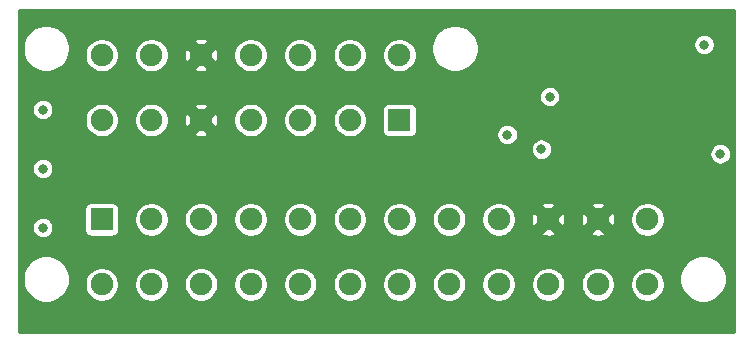
<source format=gbr>
%TF.GenerationSoftware,KiCad,Pcbnew,(5.1.9-0-10_14)*%
%TF.CreationDate,2023-05-06T09:45:43+02:00*%
%TF.ProjectId,SS1_ATX,5353315f-4154-4582-9e6b-696361645f70,rev?*%
%TF.SameCoordinates,Original*%
%TF.FileFunction,Copper,L3,Inr*%
%TF.FilePolarity,Positive*%
%FSLAX46Y46*%
G04 Gerber Fmt 4.6, Leading zero omitted, Abs format (unit mm)*
G04 Created by KiCad (PCBNEW (5.1.9-0-10_14)) date 2023-05-06 09:45:43*
%MOMM*%
%LPD*%
G01*
G04 APERTURE LIST*
%TA.AperFunction,ComponentPad*%
%ADD10R,1.900000X1.900000*%
%TD*%
%TA.AperFunction,ComponentPad*%
%ADD11C,1.900000*%
%TD*%
%TA.AperFunction,ViaPad*%
%ADD12C,0.800000*%
%TD*%
%TA.AperFunction,Conductor*%
%ADD13C,0.254000*%
%TD*%
%TA.AperFunction,Conductor*%
%ADD14C,0.100000*%
%TD*%
G04 APERTURE END LIST*
D10*
%TO.N,+5V*%
%TO.C,J2*%
X122700000Y-119890000D03*
D11*
X118500000Y-119890000D03*
X122700000Y-114390000D03*
X118500000Y-114390000D03*
%TO.N,GND*%
X114300000Y-119890000D03*
X110100000Y-119890000D03*
%TO.N,+12V*%
X105900000Y-119890000D03*
%TO.N,PWRONRST*%
X101700000Y-119890000D03*
%TO.N,Net-(J2-Pad7)*%
X97500000Y-119890000D03*
%TO.N,GND*%
X114300000Y-114390000D03*
X110100000Y-114390000D03*
%TO.N,+12V*%
X105900000Y-114390000D03*
%TO.N,-12V*%
X101700000Y-114390000D03*
%TO.N,Net-(J2-Pad14)*%
X97500000Y-114390000D03*
%TD*%
%TO.N,GND*%
%TO.C,J1*%
X143700000Y-133800000D03*
%TO.N,+5V*%
X139500000Y-133800000D03*
X135300000Y-133800000D03*
X131100000Y-133800000D03*
%TO.N,Net-(J1-Pad20)*%
X126900000Y-133800000D03*
%TO.N,GND*%
X122700000Y-133800000D03*
X118500000Y-133800000D03*
X114300000Y-133800000D03*
%TO.N,~PS-ON*%
X110100000Y-133800000D03*
%TO.N,GND*%
X105900000Y-133800000D03*
%TO.N,-12V*%
X101700000Y-133800000D03*
%TO.N,Net-(J1-Pad13)*%
X97500000Y-133800000D03*
%TO.N,Net-(J1-Pad12)*%
X143700000Y-128300000D03*
%TO.N,+12V*%
X139500000Y-128300000D03*
X135300000Y-128300000D03*
%TO.N,+5VD*%
X131100000Y-128300000D03*
%TO.N,PGOOD*%
X126900000Y-128300000D03*
%TO.N,GND*%
X122700000Y-128300000D03*
%TO.N,+5V*%
X118500000Y-128300000D03*
%TO.N,GND*%
X114300000Y-128300000D03*
%TO.N,+5V*%
X110100000Y-128300000D03*
%TO.N,GND*%
X105900000Y-128300000D03*
%TO.N,Net-(J1-Pad2)*%
X101700000Y-128300000D03*
D10*
%TO.N,Net-(J1-Pad1)*%
X97500000Y-128300000D03*
%TD*%
D12*
%TO.N,GND*%
X134720000Y-122360000D03*
X135420000Y-117910000D03*
X149863280Y-122750000D03*
X92500000Y-124000000D03*
X92500000Y-129000000D03*
X92500000Y-119000000D03*
X148500000Y-113500000D03*
%TO.N,+5V*%
X131830000Y-121120000D03*
%TD*%
D13*
%TO.N,+12V*%
X151067001Y-137867000D02*
X90533000Y-137867000D01*
X90533000Y-133142229D01*
X90792000Y-133142229D01*
X90792000Y-133537771D01*
X90869166Y-133925712D01*
X91020533Y-134291145D01*
X91240284Y-134620025D01*
X91519975Y-134899716D01*
X91848855Y-135119467D01*
X92214288Y-135270834D01*
X92602229Y-135348000D01*
X92997771Y-135348000D01*
X93385712Y-135270834D01*
X93751145Y-135119467D01*
X94080025Y-134899716D01*
X94359716Y-134620025D01*
X94579467Y-134291145D01*
X94730834Y-133925712D01*
X94784403Y-133656399D01*
X96042000Y-133656399D01*
X96042000Y-133943601D01*
X96098030Y-134225283D01*
X96207937Y-134490622D01*
X96367497Y-134729421D01*
X96570579Y-134932503D01*
X96809378Y-135092063D01*
X97074717Y-135201970D01*
X97356399Y-135258000D01*
X97643601Y-135258000D01*
X97925283Y-135201970D01*
X98190622Y-135092063D01*
X98429421Y-134932503D01*
X98632503Y-134729421D01*
X98792063Y-134490622D01*
X98901970Y-134225283D01*
X98958000Y-133943601D01*
X98958000Y-133656399D01*
X100242000Y-133656399D01*
X100242000Y-133943601D01*
X100298030Y-134225283D01*
X100407937Y-134490622D01*
X100567497Y-134729421D01*
X100770579Y-134932503D01*
X101009378Y-135092063D01*
X101274717Y-135201970D01*
X101556399Y-135258000D01*
X101843601Y-135258000D01*
X102125283Y-135201970D01*
X102390622Y-135092063D01*
X102629421Y-134932503D01*
X102832503Y-134729421D01*
X102992063Y-134490622D01*
X103101970Y-134225283D01*
X103158000Y-133943601D01*
X103158000Y-133656399D01*
X104442000Y-133656399D01*
X104442000Y-133943601D01*
X104498030Y-134225283D01*
X104607937Y-134490622D01*
X104767497Y-134729421D01*
X104970579Y-134932503D01*
X105209378Y-135092063D01*
X105474717Y-135201970D01*
X105756399Y-135258000D01*
X106043601Y-135258000D01*
X106325283Y-135201970D01*
X106590622Y-135092063D01*
X106829421Y-134932503D01*
X107032503Y-134729421D01*
X107192063Y-134490622D01*
X107301970Y-134225283D01*
X107358000Y-133943601D01*
X107358000Y-133656399D01*
X108642000Y-133656399D01*
X108642000Y-133943601D01*
X108698030Y-134225283D01*
X108807937Y-134490622D01*
X108967497Y-134729421D01*
X109170579Y-134932503D01*
X109409378Y-135092063D01*
X109674717Y-135201970D01*
X109956399Y-135258000D01*
X110243601Y-135258000D01*
X110525283Y-135201970D01*
X110790622Y-135092063D01*
X111029421Y-134932503D01*
X111232503Y-134729421D01*
X111392063Y-134490622D01*
X111501970Y-134225283D01*
X111558000Y-133943601D01*
X111558000Y-133656399D01*
X112842000Y-133656399D01*
X112842000Y-133943601D01*
X112898030Y-134225283D01*
X113007937Y-134490622D01*
X113167497Y-134729421D01*
X113370579Y-134932503D01*
X113609378Y-135092063D01*
X113874717Y-135201970D01*
X114156399Y-135258000D01*
X114443601Y-135258000D01*
X114725283Y-135201970D01*
X114990622Y-135092063D01*
X115229421Y-134932503D01*
X115432503Y-134729421D01*
X115592063Y-134490622D01*
X115701970Y-134225283D01*
X115758000Y-133943601D01*
X115758000Y-133656399D01*
X117042000Y-133656399D01*
X117042000Y-133943601D01*
X117098030Y-134225283D01*
X117207937Y-134490622D01*
X117367497Y-134729421D01*
X117570579Y-134932503D01*
X117809378Y-135092063D01*
X118074717Y-135201970D01*
X118356399Y-135258000D01*
X118643601Y-135258000D01*
X118925283Y-135201970D01*
X119190622Y-135092063D01*
X119429421Y-134932503D01*
X119632503Y-134729421D01*
X119792063Y-134490622D01*
X119901970Y-134225283D01*
X119958000Y-133943601D01*
X119958000Y-133656399D01*
X121242000Y-133656399D01*
X121242000Y-133943601D01*
X121298030Y-134225283D01*
X121407937Y-134490622D01*
X121567497Y-134729421D01*
X121770579Y-134932503D01*
X122009378Y-135092063D01*
X122274717Y-135201970D01*
X122556399Y-135258000D01*
X122843601Y-135258000D01*
X123125283Y-135201970D01*
X123390622Y-135092063D01*
X123629421Y-134932503D01*
X123832503Y-134729421D01*
X123992063Y-134490622D01*
X124101970Y-134225283D01*
X124158000Y-133943601D01*
X124158000Y-133656399D01*
X125442000Y-133656399D01*
X125442000Y-133943601D01*
X125498030Y-134225283D01*
X125607937Y-134490622D01*
X125767497Y-134729421D01*
X125970579Y-134932503D01*
X126209378Y-135092063D01*
X126474717Y-135201970D01*
X126756399Y-135258000D01*
X127043601Y-135258000D01*
X127325283Y-135201970D01*
X127590622Y-135092063D01*
X127829421Y-134932503D01*
X128032503Y-134729421D01*
X128192063Y-134490622D01*
X128301970Y-134225283D01*
X128358000Y-133943601D01*
X128358000Y-133656399D01*
X129642000Y-133656399D01*
X129642000Y-133943601D01*
X129698030Y-134225283D01*
X129807937Y-134490622D01*
X129967497Y-134729421D01*
X130170579Y-134932503D01*
X130409378Y-135092063D01*
X130674717Y-135201970D01*
X130956399Y-135258000D01*
X131243601Y-135258000D01*
X131525283Y-135201970D01*
X131790622Y-135092063D01*
X132029421Y-134932503D01*
X132232503Y-134729421D01*
X132392063Y-134490622D01*
X132501970Y-134225283D01*
X132558000Y-133943601D01*
X132558000Y-133656399D01*
X133842000Y-133656399D01*
X133842000Y-133943601D01*
X133898030Y-134225283D01*
X134007937Y-134490622D01*
X134167497Y-134729421D01*
X134370579Y-134932503D01*
X134609378Y-135092063D01*
X134874717Y-135201970D01*
X135156399Y-135258000D01*
X135443601Y-135258000D01*
X135725283Y-135201970D01*
X135990622Y-135092063D01*
X136229421Y-134932503D01*
X136432503Y-134729421D01*
X136592063Y-134490622D01*
X136701970Y-134225283D01*
X136758000Y-133943601D01*
X136758000Y-133656399D01*
X138042000Y-133656399D01*
X138042000Y-133943601D01*
X138098030Y-134225283D01*
X138207937Y-134490622D01*
X138367497Y-134729421D01*
X138570579Y-134932503D01*
X138809378Y-135092063D01*
X139074717Y-135201970D01*
X139356399Y-135258000D01*
X139643601Y-135258000D01*
X139925283Y-135201970D01*
X140190622Y-135092063D01*
X140429421Y-134932503D01*
X140632503Y-134729421D01*
X140792063Y-134490622D01*
X140901970Y-134225283D01*
X140958000Y-133943601D01*
X140958000Y-133656399D01*
X142242000Y-133656399D01*
X142242000Y-133943601D01*
X142298030Y-134225283D01*
X142407937Y-134490622D01*
X142567497Y-134729421D01*
X142770579Y-134932503D01*
X143009378Y-135092063D01*
X143274717Y-135201970D01*
X143556399Y-135258000D01*
X143843601Y-135258000D01*
X144125283Y-135201970D01*
X144390622Y-135092063D01*
X144629421Y-134932503D01*
X144832503Y-134729421D01*
X144992063Y-134490622D01*
X145101970Y-134225283D01*
X145158000Y-133943601D01*
X145158000Y-133656399D01*
X145101970Y-133374717D01*
X145005671Y-133142229D01*
X146392000Y-133142229D01*
X146392000Y-133537771D01*
X146469166Y-133925712D01*
X146620533Y-134291145D01*
X146840284Y-134620025D01*
X147119975Y-134899716D01*
X147448855Y-135119467D01*
X147814288Y-135270834D01*
X148202229Y-135348000D01*
X148597771Y-135348000D01*
X148985712Y-135270834D01*
X149351145Y-135119467D01*
X149680025Y-134899716D01*
X149959716Y-134620025D01*
X150179467Y-134291145D01*
X150330834Y-133925712D01*
X150408000Y-133537771D01*
X150408000Y-133142229D01*
X150330834Y-132754288D01*
X150179467Y-132388855D01*
X149959716Y-132059975D01*
X149680025Y-131780284D01*
X149351145Y-131560533D01*
X148985712Y-131409166D01*
X148597771Y-131332000D01*
X148202229Y-131332000D01*
X147814288Y-131409166D01*
X147448855Y-131560533D01*
X147119975Y-131780284D01*
X146840284Y-132059975D01*
X146620533Y-132388855D01*
X146469166Y-132754288D01*
X146392000Y-133142229D01*
X145005671Y-133142229D01*
X144992063Y-133109378D01*
X144832503Y-132870579D01*
X144629421Y-132667497D01*
X144390622Y-132507937D01*
X144125283Y-132398030D01*
X143843601Y-132342000D01*
X143556399Y-132342000D01*
X143274717Y-132398030D01*
X143009378Y-132507937D01*
X142770579Y-132667497D01*
X142567497Y-132870579D01*
X142407937Y-133109378D01*
X142298030Y-133374717D01*
X142242000Y-133656399D01*
X140958000Y-133656399D01*
X140901970Y-133374717D01*
X140792063Y-133109378D01*
X140632503Y-132870579D01*
X140429421Y-132667497D01*
X140190622Y-132507937D01*
X139925283Y-132398030D01*
X139643601Y-132342000D01*
X139356399Y-132342000D01*
X139074717Y-132398030D01*
X138809378Y-132507937D01*
X138570579Y-132667497D01*
X138367497Y-132870579D01*
X138207937Y-133109378D01*
X138098030Y-133374717D01*
X138042000Y-133656399D01*
X136758000Y-133656399D01*
X136701970Y-133374717D01*
X136592063Y-133109378D01*
X136432503Y-132870579D01*
X136229421Y-132667497D01*
X135990622Y-132507937D01*
X135725283Y-132398030D01*
X135443601Y-132342000D01*
X135156399Y-132342000D01*
X134874717Y-132398030D01*
X134609378Y-132507937D01*
X134370579Y-132667497D01*
X134167497Y-132870579D01*
X134007937Y-133109378D01*
X133898030Y-133374717D01*
X133842000Y-133656399D01*
X132558000Y-133656399D01*
X132501970Y-133374717D01*
X132392063Y-133109378D01*
X132232503Y-132870579D01*
X132029421Y-132667497D01*
X131790622Y-132507937D01*
X131525283Y-132398030D01*
X131243601Y-132342000D01*
X130956399Y-132342000D01*
X130674717Y-132398030D01*
X130409378Y-132507937D01*
X130170579Y-132667497D01*
X129967497Y-132870579D01*
X129807937Y-133109378D01*
X129698030Y-133374717D01*
X129642000Y-133656399D01*
X128358000Y-133656399D01*
X128301970Y-133374717D01*
X128192063Y-133109378D01*
X128032503Y-132870579D01*
X127829421Y-132667497D01*
X127590622Y-132507937D01*
X127325283Y-132398030D01*
X127043601Y-132342000D01*
X126756399Y-132342000D01*
X126474717Y-132398030D01*
X126209378Y-132507937D01*
X125970579Y-132667497D01*
X125767497Y-132870579D01*
X125607937Y-133109378D01*
X125498030Y-133374717D01*
X125442000Y-133656399D01*
X124158000Y-133656399D01*
X124101970Y-133374717D01*
X123992063Y-133109378D01*
X123832503Y-132870579D01*
X123629421Y-132667497D01*
X123390622Y-132507937D01*
X123125283Y-132398030D01*
X122843601Y-132342000D01*
X122556399Y-132342000D01*
X122274717Y-132398030D01*
X122009378Y-132507937D01*
X121770579Y-132667497D01*
X121567497Y-132870579D01*
X121407937Y-133109378D01*
X121298030Y-133374717D01*
X121242000Y-133656399D01*
X119958000Y-133656399D01*
X119901970Y-133374717D01*
X119792063Y-133109378D01*
X119632503Y-132870579D01*
X119429421Y-132667497D01*
X119190622Y-132507937D01*
X118925283Y-132398030D01*
X118643601Y-132342000D01*
X118356399Y-132342000D01*
X118074717Y-132398030D01*
X117809378Y-132507937D01*
X117570579Y-132667497D01*
X117367497Y-132870579D01*
X117207937Y-133109378D01*
X117098030Y-133374717D01*
X117042000Y-133656399D01*
X115758000Y-133656399D01*
X115701970Y-133374717D01*
X115592063Y-133109378D01*
X115432503Y-132870579D01*
X115229421Y-132667497D01*
X114990622Y-132507937D01*
X114725283Y-132398030D01*
X114443601Y-132342000D01*
X114156399Y-132342000D01*
X113874717Y-132398030D01*
X113609378Y-132507937D01*
X113370579Y-132667497D01*
X113167497Y-132870579D01*
X113007937Y-133109378D01*
X112898030Y-133374717D01*
X112842000Y-133656399D01*
X111558000Y-133656399D01*
X111501970Y-133374717D01*
X111392063Y-133109378D01*
X111232503Y-132870579D01*
X111029421Y-132667497D01*
X110790622Y-132507937D01*
X110525283Y-132398030D01*
X110243601Y-132342000D01*
X109956399Y-132342000D01*
X109674717Y-132398030D01*
X109409378Y-132507937D01*
X109170579Y-132667497D01*
X108967497Y-132870579D01*
X108807937Y-133109378D01*
X108698030Y-133374717D01*
X108642000Y-133656399D01*
X107358000Y-133656399D01*
X107301970Y-133374717D01*
X107192063Y-133109378D01*
X107032503Y-132870579D01*
X106829421Y-132667497D01*
X106590622Y-132507937D01*
X106325283Y-132398030D01*
X106043601Y-132342000D01*
X105756399Y-132342000D01*
X105474717Y-132398030D01*
X105209378Y-132507937D01*
X104970579Y-132667497D01*
X104767497Y-132870579D01*
X104607937Y-133109378D01*
X104498030Y-133374717D01*
X104442000Y-133656399D01*
X103158000Y-133656399D01*
X103101970Y-133374717D01*
X102992063Y-133109378D01*
X102832503Y-132870579D01*
X102629421Y-132667497D01*
X102390622Y-132507937D01*
X102125283Y-132398030D01*
X101843601Y-132342000D01*
X101556399Y-132342000D01*
X101274717Y-132398030D01*
X101009378Y-132507937D01*
X100770579Y-132667497D01*
X100567497Y-132870579D01*
X100407937Y-133109378D01*
X100298030Y-133374717D01*
X100242000Y-133656399D01*
X98958000Y-133656399D01*
X98901970Y-133374717D01*
X98792063Y-133109378D01*
X98632503Y-132870579D01*
X98429421Y-132667497D01*
X98190622Y-132507937D01*
X97925283Y-132398030D01*
X97643601Y-132342000D01*
X97356399Y-132342000D01*
X97074717Y-132398030D01*
X96809378Y-132507937D01*
X96570579Y-132667497D01*
X96367497Y-132870579D01*
X96207937Y-133109378D01*
X96098030Y-133374717D01*
X96042000Y-133656399D01*
X94784403Y-133656399D01*
X94808000Y-133537771D01*
X94808000Y-133142229D01*
X94730834Y-132754288D01*
X94579467Y-132388855D01*
X94359716Y-132059975D01*
X94080025Y-131780284D01*
X93751145Y-131560533D01*
X93385712Y-131409166D01*
X92997771Y-131332000D01*
X92602229Y-131332000D01*
X92214288Y-131409166D01*
X91848855Y-131560533D01*
X91519975Y-131780284D01*
X91240284Y-132059975D01*
X91020533Y-132388855D01*
X90869166Y-132754288D01*
X90792000Y-133142229D01*
X90533000Y-133142229D01*
X90533000Y-128910570D01*
X91592000Y-128910570D01*
X91592000Y-129089430D01*
X91626894Y-129264854D01*
X91695341Y-129430099D01*
X91794711Y-129578816D01*
X91921184Y-129705289D01*
X92069901Y-129804659D01*
X92235146Y-129873106D01*
X92410570Y-129908000D01*
X92589430Y-129908000D01*
X92764854Y-129873106D01*
X92930099Y-129804659D01*
X93078816Y-129705289D01*
X93205289Y-129578816D01*
X93304659Y-129430099D01*
X93373106Y-129264854D01*
X93408000Y-129089430D01*
X93408000Y-128910570D01*
X93373106Y-128735146D01*
X93304659Y-128569901D01*
X93205289Y-128421184D01*
X93078816Y-128294711D01*
X92930099Y-128195341D01*
X92764854Y-128126894D01*
X92589430Y-128092000D01*
X92410570Y-128092000D01*
X92235146Y-128126894D01*
X92069901Y-128195341D01*
X91921184Y-128294711D01*
X91794711Y-128421184D01*
X91695341Y-128569901D01*
X91626894Y-128735146D01*
X91592000Y-128910570D01*
X90533000Y-128910570D01*
X90533000Y-127350000D01*
X96039543Y-127350000D01*
X96039543Y-129250000D01*
X96049351Y-129349585D01*
X96078399Y-129445343D01*
X96125571Y-129533595D01*
X96189052Y-129610948D01*
X96266405Y-129674429D01*
X96354657Y-129721601D01*
X96450415Y-129750649D01*
X96550000Y-129760457D01*
X98450000Y-129760457D01*
X98549585Y-129750649D01*
X98645343Y-129721601D01*
X98733595Y-129674429D01*
X98810948Y-129610948D01*
X98874429Y-129533595D01*
X98921601Y-129445343D01*
X98950649Y-129349585D01*
X98960457Y-129250000D01*
X98960457Y-128156399D01*
X100242000Y-128156399D01*
X100242000Y-128443601D01*
X100298030Y-128725283D01*
X100407937Y-128990622D01*
X100567497Y-129229421D01*
X100770579Y-129432503D01*
X101009378Y-129592063D01*
X101274717Y-129701970D01*
X101556399Y-129758000D01*
X101843601Y-129758000D01*
X102125283Y-129701970D01*
X102390622Y-129592063D01*
X102629421Y-129432503D01*
X102832503Y-129229421D01*
X102992063Y-128990622D01*
X103101970Y-128725283D01*
X103158000Y-128443601D01*
X103158000Y-128156399D01*
X104442000Y-128156399D01*
X104442000Y-128443601D01*
X104498030Y-128725283D01*
X104607937Y-128990622D01*
X104767497Y-129229421D01*
X104970579Y-129432503D01*
X105209378Y-129592063D01*
X105474717Y-129701970D01*
X105756399Y-129758000D01*
X106043601Y-129758000D01*
X106325283Y-129701970D01*
X106590622Y-129592063D01*
X106829421Y-129432503D01*
X107032503Y-129229421D01*
X107192063Y-128990622D01*
X107301970Y-128725283D01*
X107358000Y-128443601D01*
X107358000Y-128156399D01*
X108642000Y-128156399D01*
X108642000Y-128443601D01*
X108698030Y-128725283D01*
X108807937Y-128990622D01*
X108967497Y-129229421D01*
X109170579Y-129432503D01*
X109409378Y-129592063D01*
X109674717Y-129701970D01*
X109956399Y-129758000D01*
X110243601Y-129758000D01*
X110525283Y-129701970D01*
X110790622Y-129592063D01*
X111029421Y-129432503D01*
X111232503Y-129229421D01*
X111392063Y-128990622D01*
X111501970Y-128725283D01*
X111558000Y-128443601D01*
X111558000Y-128156399D01*
X112842000Y-128156399D01*
X112842000Y-128443601D01*
X112898030Y-128725283D01*
X113007937Y-128990622D01*
X113167497Y-129229421D01*
X113370579Y-129432503D01*
X113609378Y-129592063D01*
X113874717Y-129701970D01*
X114156399Y-129758000D01*
X114443601Y-129758000D01*
X114725283Y-129701970D01*
X114990622Y-129592063D01*
X115229421Y-129432503D01*
X115432503Y-129229421D01*
X115592063Y-128990622D01*
X115701970Y-128725283D01*
X115758000Y-128443601D01*
X115758000Y-128156399D01*
X117042000Y-128156399D01*
X117042000Y-128443601D01*
X117098030Y-128725283D01*
X117207937Y-128990622D01*
X117367497Y-129229421D01*
X117570579Y-129432503D01*
X117809378Y-129592063D01*
X118074717Y-129701970D01*
X118356399Y-129758000D01*
X118643601Y-129758000D01*
X118925283Y-129701970D01*
X119190622Y-129592063D01*
X119429421Y-129432503D01*
X119632503Y-129229421D01*
X119792063Y-128990622D01*
X119901970Y-128725283D01*
X119958000Y-128443601D01*
X119958000Y-128156399D01*
X121242000Y-128156399D01*
X121242000Y-128443601D01*
X121298030Y-128725283D01*
X121407937Y-128990622D01*
X121567497Y-129229421D01*
X121770579Y-129432503D01*
X122009378Y-129592063D01*
X122274717Y-129701970D01*
X122556399Y-129758000D01*
X122843601Y-129758000D01*
X123125283Y-129701970D01*
X123390622Y-129592063D01*
X123629421Y-129432503D01*
X123832503Y-129229421D01*
X123992063Y-128990622D01*
X124101970Y-128725283D01*
X124158000Y-128443601D01*
X124158000Y-128156399D01*
X125442000Y-128156399D01*
X125442000Y-128443601D01*
X125498030Y-128725283D01*
X125607937Y-128990622D01*
X125767497Y-129229421D01*
X125970579Y-129432503D01*
X126209378Y-129592063D01*
X126474717Y-129701970D01*
X126756399Y-129758000D01*
X127043601Y-129758000D01*
X127325283Y-129701970D01*
X127590622Y-129592063D01*
X127829421Y-129432503D01*
X128032503Y-129229421D01*
X128192063Y-128990622D01*
X128301970Y-128725283D01*
X128358000Y-128443601D01*
X128358000Y-128156399D01*
X129642000Y-128156399D01*
X129642000Y-128443601D01*
X129698030Y-128725283D01*
X129807937Y-128990622D01*
X129967497Y-129229421D01*
X130170579Y-129432503D01*
X130409378Y-129592063D01*
X130674717Y-129701970D01*
X130956399Y-129758000D01*
X131243601Y-129758000D01*
X131525283Y-129701970D01*
X131790622Y-129592063D01*
X131963740Y-129476389D01*
X134662427Y-129476389D01*
X134776727Y-129668420D01*
X135053747Y-129744212D01*
X135340231Y-129764504D01*
X135625168Y-129728515D01*
X135823273Y-129668420D01*
X135937573Y-129476389D01*
X138862427Y-129476389D01*
X138976727Y-129668420D01*
X139253747Y-129744212D01*
X139540231Y-129764504D01*
X139825168Y-129728515D01*
X140023273Y-129668420D01*
X140137573Y-129476389D01*
X139500000Y-128838815D01*
X138862427Y-129476389D01*
X135937573Y-129476389D01*
X135300000Y-128838815D01*
X134662427Y-129476389D01*
X131963740Y-129476389D01*
X132029421Y-129432503D01*
X132232503Y-129229421D01*
X132392063Y-128990622D01*
X132501970Y-128725283D01*
X132558000Y-128443601D01*
X132558000Y-128340231D01*
X133835496Y-128340231D01*
X133871485Y-128625168D01*
X133931580Y-128823273D01*
X134123611Y-128937573D01*
X134761185Y-128300000D01*
X135838815Y-128300000D01*
X136476389Y-128937573D01*
X136668420Y-128823273D01*
X136744212Y-128546253D01*
X136758804Y-128340231D01*
X138035496Y-128340231D01*
X138071485Y-128625168D01*
X138131580Y-128823273D01*
X138323611Y-128937573D01*
X138961185Y-128300000D01*
X140038815Y-128300000D01*
X140676389Y-128937573D01*
X140868420Y-128823273D01*
X140944212Y-128546253D01*
X140964504Y-128259769D01*
X140951448Y-128156399D01*
X142242000Y-128156399D01*
X142242000Y-128443601D01*
X142298030Y-128725283D01*
X142407937Y-128990622D01*
X142567497Y-129229421D01*
X142770579Y-129432503D01*
X143009378Y-129592063D01*
X143274717Y-129701970D01*
X143556399Y-129758000D01*
X143843601Y-129758000D01*
X144125283Y-129701970D01*
X144390622Y-129592063D01*
X144629421Y-129432503D01*
X144832503Y-129229421D01*
X144992063Y-128990622D01*
X145101970Y-128725283D01*
X145158000Y-128443601D01*
X145158000Y-128156399D01*
X145101970Y-127874717D01*
X144992063Y-127609378D01*
X144832503Y-127370579D01*
X144629421Y-127167497D01*
X144390622Y-127007937D01*
X144125283Y-126898030D01*
X143843601Y-126842000D01*
X143556399Y-126842000D01*
X143274717Y-126898030D01*
X143009378Y-127007937D01*
X142770579Y-127167497D01*
X142567497Y-127370579D01*
X142407937Y-127609378D01*
X142298030Y-127874717D01*
X142242000Y-128156399D01*
X140951448Y-128156399D01*
X140928515Y-127974832D01*
X140868420Y-127776727D01*
X140676389Y-127662427D01*
X140038815Y-128300000D01*
X138961185Y-128300000D01*
X138323611Y-127662427D01*
X138131580Y-127776727D01*
X138055788Y-128053747D01*
X138035496Y-128340231D01*
X136758804Y-128340231D01*
X136764504Y-128259769D01*
X136728515Y-127974832D01*
X136668420Y-127776727D01*
X136476389Y-127662427D01*
X135838815Y-128300000D01*
X134761185Y-128300000D01*
X134123611Y-127662427D01*
X133931580Y-127776727D01*
X133855788Y-128053747D01*
X133835496Y-128340231D01*
X132558000Y-128340231D01*
X132558000Y-128156399D01*
X132501970Y-127874717D01*
X132392063Y-127609378D01*
X132232503Y-127370579D01*
X132029421Y-127167497D01*
X131963741Y-127123611D01*
X134662427Y-127123611D01*
X135300000Y-127761185D01*
X135937573Y-127123611D01*
X138862427Y-127123611D01*
X139500000Y-127761185D01*
X140137573Y-127123611D01*
X140023273Y-126931580D01*
X139746253Y-126855788D01*
X139459769Y-126835496D01*
X139174832Y-126871485D01*
X138976727Y-126931580D01*
X138862427Y-127123611D01*
X135937573Y-127123611D01*
X135823273Y-126931580D01*
X135546253Y-126855788D01*
X135259769Y-126835496D01*
X134974832Y-126871485D01*
X134776727Y-126931580D01*
X134662427Y-127123611D01*
X131963741Y-127123611D01*
X131790622Y-127007937D01*
X131525283Y-126898030D01*
X131243601Y-126842000D01*
X130956399Y-126842000D01*
X130674717Y-126898030D01*
X130409378Y-127007937D01*
X130170579Y-127167497D01*
X129967497Y-127370579D01*
X129807937Y-127609378D01*
X129698030Y-127874717D01*
X129642000Y-128156399D01*
X128358000Y-128156399D01*
X128301970Y-127874717D01*
X128192063Y-127609378D01*
X128032503Y-127370579D01*
X127829421Y-127167497D01*
X127590622Y-127007937D01*
X127325283Y-126898030D01*
X127043601Y-126842000D01*
X126756399Y-126842000D01*
X126474717Y-126898030D01*
X126209378Y-127007937D01*
X125970579Y-127167497D01*
X125767497Y-127370579D01*
X125607937Y-127609378D01*
X125498030Y-127874717D01*
X125442000Y-128156399D01*
X124158000Y-128156399D01*
X124101970Y-127874717D01*
X123992063Y-127609378D01*
X123832503Y-127370579D01*
X123629421Y-127167497D01*
X123390622Y-127007937D01*
X123125283Y-126898030D01*
X122843601Y-126842000D01*
X122556399Y-126842000D01*
X122274717Y-126898030D01*
X122009378Y-127007937D01*
X121770579Y-127167497D01*
X121567497Y-127370579D01*
X121407937Y-127609378D01*
X121298030Y-127874717D01*
X121242000Y-128156399D01*
X119958000Y-128156399D01*
X119901970Y-127874717D01*
X119792063Y-127609378D01*
X119632503Y-127370579D01*
X119429421Y-127167497D01*
X119190622Y-127007937D01*
X118925283Y-126898030D01*
X118643601Y-126842000D01*
X118356399Y-126842000D01*
X118074717Y-126898030D01*
X117809378Y-127007937D01*
X117570579Y-127167497D01*
X117367497Y-127370579D01*
X117207937Y-127609378D01*
X117098030Y-127874717D01*
X117042000Y-128156399D01*
X115758000Y-128156399D01*
X115701970Y-127874717D01*
X115592063Y-127609378D01*
X115432503Y-127370579D01*
X115229421Y-127167497D01*
X114990622Y-127007937D01*
X114725283Y-126898030D01*
X114443601Y-126842000D01*
X114156399Y-126842000D01*
X113874717Y-126898030D01*
X113609378Y-127007937D01*
X113370579Y-127167497D01*
X113167497Y-127370579D01*
X113007937Y-127609378D01*
X112898030Y-127874717D01*
X112842000Y-128156399D01*
X111558000Y-128156399D01*
X111501970Y-127874717D01*
X111392063Y-127609378D01*
X111232503Y-127370579D01*
X111029421Y-127167497D01*
X110790622Y-127007937D01*
X110525283Y-126898030D01*
X110243601Y-126842000D01*
X109956399Y-126842000D01*
X109674717Y-126898030D01*
X109409378Y-127007937D01*
X109170579Y-127167497D01*
X108967497Y-127370579D01*
X108807937Y-127609378D01*
X108698030Y-127874717D01*
X108642000Y-128156399D01*
X107358000Y-128156399D01*
X107301970Y-127874717D01*
X107192063Y-127609378D01*
X107032503Y-127370579D01*
X106829421Y-127167497D01*
X106590622Y-127007937D01*
X106325283Y-126898030D01*
X106043601Y-126842000D01*
X105756399Y-126842000D01*
X105474717Y-126898030D01*
X105209378Y-127007937D01*
X104970579Y-127167497D01*
X104767497Y-127370579D01*
X104607937Y-127609378D01*
X104498030Y-127874717D01*
X104442000Y-128156399D01*
X103158000Y-128156399D01*
X103101970Y-127874717D01*
X102992063Y-127609378D01*
X102832503Y-127370579D01*
X102629421Y-127167497D01*
X102390622Y-127007937D01*
X102125283Y-126898030D01*
X101843601Y-126842000D01*
X101556399Y-126842000D01*
X101274717Y-126898030D01*
X101009378Y-127007937D01*
X100770579Y-127167497D01*
X100567497Y-127370579D01*
X100407937Y-127609378D01*
X100298030Y-127874717D01*
X100242000Y-128156399D01*
X98960457Y-128156399D01*
X98960457Y-127350000D01*
X98950649Y-127250415D01*
X98921601Y-127154657D01*
X98874429Y-127066405D01*
X98810948Y-126989052D01*
X98733595Y-126925571D01*
X98645343Y-126878399D01*
X98549585Y-126849351D01*
X98450000Y-126839543D01*
X96550000Y-126839543D01*
X96450415Y-126849351D01*
X96354657Y-126878399D01*
X96266405Y-126925571D01*
X96189052Y-126989052D01*
X96125571Y-127066405D01*
X96078399Y-127154657D01*
X96049351Y-127250415D01*
X96039543Y-127350000D01*
X90533000Y-127350000D01*
X90533000Y-123910570D01*
X91592000Y-123910570D01*
X91592000Y-124089430D01*
X91626894Y-124264854D01*
X91695341Y-124430099D01*
X91794711Y-124578816D01*
X91921184Y-124705289D01*
X92069901Y-124804659D01*
X92235146Y-124873106D01*
X92410570Y-124908000D01*
X92589430Y-124908000D01*
X92764854Y-124873106D01*
X92930099Y-124804659D01*
X93078816Y-124705289D01*
X93205289Y-124578816D01*
X93304659Y-124430099D01*
X93373106Y-124264854D01*
X93408000Y-124089430D01*
X93408000Y-123910570D01*
X93373106Y-123735146D01*
X93304659Y-123569901D01*
X93205289Y-123421184D01*
X93078816Y-123294711D01*
X92930099Y-123195341D01*
X92764854Y-123126894D01*
X92589430Y-123092000D01*
X92410570Y-123092000D01*
X92235146Y-123126894D01*
X92069901Y-123195341D01*
X91921184Y-123294711D01*
X91794711Y-123421184D01*
X91695341Y-123569901D01*
X91626894Y-123735146D01*
X91592000Y-123910570D01*
X90533000Y-123910570D01*
X90533000Y-122270570D01*
X133812000Y-122270570D01*
X133812000Y-122449430D01*
X133846894Y-122624854D01*
X133915341Y-122790099D01*
X134014711Y-122938816D01*
X134141184Y-123065289D01*
X134289901Y-123164659D01*
X134455146Y-123233106D01*
X134630570Y-123268000D01*
X134809430Y-123268000D01*
X134984854Y-123233106D01*
X135150099Y-123164659D01*
X135298816Y-123065289D01*
X135425289Y-122938816D01*
X135524659Y-122790099D01*
X135578311Y-122660570D01*
X148955280Y-122660570D01*
X148955280Y-122839430D01*
X148990174Y-123014854D01*
X149058621Y-123180099D01*
X149157991Y-123328816D01*
X149284464Y-123455289D01*
X149433181Y-123554659D01*
X149598426Y-123623106D01*
X149773850Y-123658000D01*
X149952710Y-123658000D01*
X150128134Y-123623106D01*
X150293379Y-123554659D01*
X150442096Y-123455289D01*
X150568569Y-123328816D01*
X150667939Y-123180099D01*
X150736386Y-123014854D01*
X150771280Y-122839430D01*
X150771280Y-122660570D01*
X150736386Y-122485146D01*
X150667939Y-122319901D01*
X150568569Y-122171184D01*
X150442096Y-122044711D01*
X150293379Y-121945341D01*
X150128134Y-121876894D01*
X149952710Y-121842000D01*
X149773850Y-121842000D01*
X149598426Y-121876894D01*
X149433181Y-121945341D01*
X149284464Y-122044711D01*
X149157991Y-122171184D01*
X149058621Y-122319901D01*
X148990174Y-122485146D01*
X148955280Y-122660570D01*
X135578311Y-122660570D01*
X135593106Y-122624854D01*
X135628000Y-122449430D01*
X135628000Y-122270570D01*
X135593106Y-122095146D01*
X135524659Y-121929901D01*
X135425289Y-121781184D01*
X135298816Y-121654711D01*
X135150099Y-121555341D01*
X134984854Y-121486894D01*
X134809430Y-121452000D01*
X134630570Y-121452000D01*
X134455146Y-121486894D01*
X134289901Y-121555341D01*
X134141184Y-121654711D01*
X134014711Y-121781184D01*
X133915341Y-121929901D01*
X133846894Y-122095146D01*
X133812000Y-122270570D01*
X90533000Y-122270570D01*
X90533000Y-118910570D01*
X91592000Y-118910570D01*
X91592000Y-119089430D01*
X91626894Y-119264854D01*
X91695341Y-119430099D01*
X91794711Y-119578816D01*
X91921184Y-119705289D01*
X92069901Y-119804659D01*
X92235146Y-119873106D01*
X92410570Y-119908000D01*
X92589430Y-119908000D01*
X92764854Y-119873106D01*
X92930099Y-119804659D01*
X93017290Y-119746399D01*
X96042000Y-119746399D01*
X96042000Y-120033601D01*
X96098030Y-120315283D01*
X96207937Y-120580622D01*
X96367497Y-120819421D01*
X96570579Y-121022503D01*
X96809378Y-121182063D01*
X97074717Y-121291970D01*
X97356399Y-121348000D01*
X97643601Y-121348000D01*
X97925283Y-121291970D01*
X98190622Y-121182063D01*
X98429421Y-121022503D01*
X98632503Y-120819421D01*
X98792063Y-120580622D01*
X98901970Y-120315283D01*
X98958000Y-120033601D01*
X98958000Y-119746399D01*
X100242000Y-119746399D01*
X100242000Y-120033601D01*
X100298030Y-120315283D01*
X100407937Y-120580622D01*
X100567497Y-120819421D01*
X100770579Y-121022503D01*
X101009378Y-121182063D01*
X101274717Y-121291970D01*
X101556399Y-121348000D01*
X101843601Y-121348000D01*
X102125283Y-121291970D01*
X102390622Y-121182063D01*
X102563740Y-121066389D01*
X105262427Y-121066389D01*
X105376727Y-121258420D01*
X105653747Y-121334212D01*
X105940231Y-121354504D01*
X106225168Y-121318515D01*
X106423273Y-121258420D01*
X106537573Y-121066389D01*
X105900000Y-120428815D01*
X105262427Y-121066389D01*
X102563740Y-121066389D01*
X102629421Y-121022503D01*
X102832503Y-120819421D01*
X102992063Y-120580622D01*
X103101970Y-120315283D01*
X103158000Y-120033601D01*
X103158000Y-119930231D01*
X104435496Y-119930231D01*
X104471485Y-120215168D01*
X104531580Y-120413273D01*
X104723611Y-120527573D01*
X105361185Y-119890000D01*
X106438815Y-119890000D01*
X107076389Y-120527573D01*
X107268420Y-120413273D01*
X107344212Y-120136253D01*
X107364504Y-119849769D01*
X107351448Y-119746399D01*
X108642000Y-119746399D01*
X108642000Y-120033601D01*
X108698030Y-120315283D01*
X108807937Y-120580622D01*
X108967497Y-120819421D01*
X109170579Y-121022503D01*
X109409378Y-121182063D01*
X109674717Y-121291970D01*
X109956399Y-121348000D01*
X110243601Y-121348000D01*
X110525283Y-121291970D01*
X110790622Y-121182063D01*
X111029421Y-121022503D01*
X111232503Y-120819421D01*
X111392063Y-120580622D01*
X111501970Y-120315283D01*
X111558000Y-120033601D01*
X111558000Y-119746399D01*
X112842000Y-119746399D01*
X112842000Y-120033601D01*
X112898030Y-120315283D01*
X113007937Y-120580622D01*
X113167497Y-120819421D01*
X113370579Y-121022503D01*
X113609378Y-121182063D01*
X113874717Y-121291970D01*
X114156399Y-121348000D01*
X114443601Y-121348000D01*
X114725283Y-121291970D01*
X114990622Y-121182063D01*
X115229421Y-121022503D01*
X115432503Y-120819421D01*
X115592063Y-120580622D01*
X115701970Y-120315283D01*
X115758000Y-120033601D01*
X115758000Y-119746399D01*
X117042000Y-119746399D01*
X117042000Y-120033601D01*
X117098030Y-120315283D01*
X117207937Y-120580622D01*
X117367497Y-120819421D01*
X117570579Y-121022503D01*
X117809378Y-121182063D01*
X118074717Y-121291970D01*
X118356399Y-121348000D01*
X118643601Y-121348000D01*
X118925283Y-121291970D01*
X119190622Y-121182063D01*
X119429421Y-121022503D01*
X119632503Y-120819421D01*
X119792063Y-120580622D01*
X119901970Y-120315283D01*
X119958000Y-120033601D01*
X119958000Y-119746399D01*
X119901970Y-119464717D01*
X119792063Y-119199378D01*
X119632503Y-118960579D01*
X119611924Y-118940000D01*
X121239543Y-118940000D01*
X121239543Y-120840000D01*
X121249351Y-120939585D01*
X121278399Y-121035343D01*
X121325571Y-121123595D01*
X121389052Y-121200948D01*
X121466405Y-121264429D01*
X121554657Y-121311601D01*
X121650415Y-121340649D01*
X121750000Y-121350457D01*
X123650000Y-121350457D01*
X123749585Y-121340649D01*
X123845343Y-121311601D01*
X123933595Y-121264429D01*
X124010948Y-121200948D01*
X124074429Y-121123595D01*
X124121601Y-121035343D01*
X124123048Y-121030570D01*
X130922000Y-121030570D01*
X130922000Y-121209430D01*
X130956894Y-121384854D01*
X131025341Y-121550099D01*
X131124711Y-121698816D01*
X131251184Y-121825289D01*
X131399901Y-121924659D01*
X131565146Y-121993106D01*
X131740570Y-122028000D01*
X131919430Y-122028000D01*
X132094854Y-121993106D01*
X132260099Y-121924659D01*
X132408816Y-121825289D01*
X132535289Y-121698816D01*
X132634659Y-121550099D01*
X132703106Y-121384854D01*
X132738000Y-121209430D01*
X132738000Y-121030570D01*
X132703106Y-120855146D01*
X132634659Y-120689901D01*
X132535289Y-120541184D01*
X132408816Y-120414711D01*
X132260099Y-120315341D01*
X132094854Y-120246894D01*
X131919430Y-120212000D01*
X131740570Y-120212000D01*
X131565146Y-120246894D01*
X131399901Y-120315341D01*
X131251184Y-120414711D01*
X131124711Y-120541184D01*
X131025341Y-120689901D01*
X130956894Y-120855146D01*
X130922000Y-121030570D01*
X124123048Y-121030570D01*
X124150649Y-120939585D01*
X124160457Y-120840000D01*
X124160457Y-118940000D01*
X124150649Y-118840415D01*
X124121601Y-118744657D01*
X124074429Y-118656405D01*
X124010948Y-118579052D01*
X123933595Y-118515571D01*
X123845343Y-118468399D01*
X123749585Y-118439351D01*
X123650000Y-118429543D01*
X121750000Y-118429543D01*
X121650415Y-118439351D01*
X121554657Y-118468399D01*
X121466405Y-118515571D01*
X121389052Y-118579052D01*
X121325571Y-118656405D01*
X121278399Y-118744657D01*
X121249351Y-118840415D01*
X121239543Y-118940000D01*
X119611924Y-118940000D01*
X119429421Y-118757497D01*
X119190622Y-118597937D01*
X118925283Y-118488030D01*
X118643601Y-118432000D01*
X118356399Y-118432000D01*
X118074717Y-118488030D01*
X117809378Y-118597937D01*
X117570579Y-118757497D01*
X117367497Y-118960579D01*
X117207937Y-119199378D01*
X117098030Y-119464717D01*
X117042000Y-119746399D01*
X115758000Y-119746399D01*
X115701970Y-119464717D01*
X115592063Y-119199378D01*
X115432503Y-118960579D01*
X115229421Y-118757497D01*
X114990622Y-118597937D01*
X114725283Y-118488030D01*
X114443601Y-118432000D01*
X114156399Y-118432000D01*
X113874717Y-118488030D01*
X113609378Y-118597937D01*
X113370579Y-118757497D01*
X113167497Y-118960579D01*
X113007937Y-119199378D01*
X112898030Y-119464717D01*
X112842000Y-119746399D01*
X111558000Y-119746399D01*
X111501970Y-119464717D01*
X111392063Y-119199378D01*
X111232503Y-118960579D01*
X111029421Y-118757497D01*
X110790622Y-118597937D01*
X110525283Y-118488030D01*
X110243601Y-118432000D01*
X109956399Y-118432000D01*
X109674717Y-118488030D01*
X109409378Y-118597937D01*
X109170579Y-118757497D01*
X108967497Y-118960579D01*
X108807937Y-119199378D01*
X108698030Y-119464717D01*
X108642000Y-119746399D01*
X107351448Y-119746399D01*
X107328515Y-119564832D01*
X107268420Y-119366727D01*
X107076389Y-119252427D01*
X106438815Y-119890000D01*
X105361185Y-119890000D01*
X104723611Y-119252427D01*
X104531580Y-119366727D01*
X104455788Y-119643747D01*
X104435496Y-119930231D01*
X103158000Y-119930231D01*
X103158000Y-119746399D01*
X103101970Y-119464717D01*
X102992063Y-119199378D01*
X102832503Y-118960579D01*
X102629421Y-118757497D01*
X102563741Y-118713611D01*
X105262427Y-118713611D01*
X105900000Y-119351185D01*
X106537573Y-118713611D01*
X106423273Y-118521580D01*
X106146253Y-118445788D01*
X105859769Y-118425496D01*
X105574832Y-118461485D01*
X105376727Y-118521580D01*
X105262427Y-118713611D01*
X102563741Y-118713611D01*
X102390622Y-118597937D01*
X102125283Y-118488030D01*
X101843601Y-118432000D01*
X101556399Y-118432000D01*
X101274717Y-118488030D01*
X101009378Y-118597937D01*
X100770579Y-118757497D01*
X100567497Y-118960579D01*
X100407937Y-119199378D01*
X100298030Y-119464717D01*
X100242000Y-119746399D01*
X98958000Y-119746399D01*
X98901970Y-119464717D01*
X98792063Y-119199378D01*
X98632503Y-118960579D01*
X98429421Y-118757497D01*
X98190622Y-118597937D01*
X97925283Y-118488030D01*
X97643601Y-118432000D01*
X97356399Y-118432000D01*
X97074717Y-118488030D01*
X96809378Y-118597937D01*
X96570579Y-118757497D01*
X96367497Y-118960579D01*
X96207937Y-119199378D01*
X96098030Y-119464717D01*
X96042000Y-119746399D01*
X93017290Y-119746399D01*
X93078816Y-119705289D01*
X93205289Y-119578816D01*
X93304659Y-119430099D01*
X93373106Y-119264854D01*
X93408000Y-119089430D01*
X93408000Y-118910570D01*
X93373106Y-118735146D01*
X93304659Y-118569901D01*
X93205289Y-118421184D01*
X93078816Y-118294711D01*
X92930099Y-118195341D01*
X92764854Y-118126894D01*
X92589430Y-118092000D01*
X92410570Y-118092000D01*
X92235146Y-118126894D01*
X92069901Y-118195341D01*
X91921184Y-118294711D01*
X91794711Y-118421184D01*
X91695341Y-118569901D01*
X91626894Y-118735146D01*
X91592000Y-118910570D01*
X90533000Y-118910570D01*
X90533000Y-117820570D01*
X134512000Y-117820570D01*
X134512000Y-117999430D01*
X134546894Y-118174854D01*
X134615341Y-118340099D01*
X134714711Y-118488816D01*
X134841184Y-118615289D01*
X134989901Y-118714659D01*
X135155146Y-118783106D01*
X135330570Y-118818000D01*
X135509430Y-118818000D01*
X135684854Y-118783106D01*
X135850099Y-118714659D01*
X135998816Y-118615289D01*
X136125289Y-118488816D01*
X136224659Y-118340099D01*
X136293106Y-118174854D01*
X136328000Y-117999430D01*
X136328000Y-117820570D01*
X136293106Y-117645146D01*
X136224659Y-117479901D01*
X136125289Y-117331184D01*
X135998816Y-117204711D01*
X135850099Y-117105341D01*
X135684854Y-117036894D01*
X135509430Y-117002000D01*
X135330570Y-117002000D01*
X135155146Y-117036894D01*
X134989901Y-117105341D01*
X134841184Y-117204711D01*
X134714711Y-117331184D01*
X134615341Y-117479901D01*
X134546894Y-117645146D01*
X134512000Y-117820570D01*
X90533000Y-117820570D01*
X90533000Y-113632229D01*
X90792000Y-113632229D01*
X90792000Y-114027771D01*
X90869166Y-114415712D01*
X91020533Y-114781145D01*
X91240284Y-115110025D01*
X91519975Y-115389716D01*
X91848855Y-115609467D01*
X92214288Y-115760834D01*
X92602229Y-115838000D01*
X92997771Y-115838000D01*
X93385712Y-115760834D01*
X93751145Y-115609467D01*
X94080025Y-115389716D01*
X94359716Y-115110025D01*
X94579467Y-114781145D01*
X94730834Y-114415712D01*
X94764512Y-114246399D01*
X96042000Y-114246399D01*
X96042000Y-114533601D01*
X96098030Y-114815283D01*
X96207937Y-115080622D01*
X96367497Y-115319421D01*
X96570579Y-115522503D01*
X96809378Y-115682063D01*
X97074717Y-115791970D01*
X97356399Y-115848000D01*
X97643601Y-115848000D01*
X97925283Y-115791970D01*
X98190622Y-115682063D01*
X98429421Y-115522503D01*
X98632503Y-115319421D01*
X98792063Y-115080622D01*
X98901970Y-114815283D01*
X98958000Y-114533601D01*
X98958000Y-114246399D01*
X100242000Y-114246399D01*
X100242000Y-114533601D01*
X100298030Y-114815283D01*
X100407937Y-115080622D01*
X100567497Y-115319421D01*
X100770579Y-115522503D01*
X101009378Y-115682063D01*
X101274717Y-115791970D01*
X101556399Y-115848000D01*
X101843601Y-115848000D01*
X102125283Y-115791970D01*
X102390622Y-115682063D01*
X102563740Y-115566389D01*
X105262427Y-115566389D01*
X105376727Y-115758420D01*
X105653747Y-115834212D01*
X105940231Y-115854504D01*
X106225168Y-115818515D01*
X106423273Y-115758420D01*
X106537573Y-115566389D01*
X105900000Y-114928815D01*
X105262427Y-115566389D01*
X102563740Y-115566389D01*
X102629421Y-115522503D01*
X102832503Y-115319421D01*
X102992063Y-115080622D01*
X103101970Y-114815283D01*
X103158000Y-114533601D01*
X103158000Y-114430231D01*
X104435496Y-114430231D01*
X104471485Y-114715168D01*
X104531580Y-114913273D01*
X104723611Y-115027573D01*
X105361185Y-114390000D01*
X106438815Y-114390000D01*
X107076389Y-115027573D01*
X107268420Y-114913273D01*
X107344212Y-114636253D01*
X107364504Y-114349769D01*
X107351448Y-114246399D01*
X108642000Y-114246399D01*
X108642000Y-114533601D01*
X108698030Y-114815283D01*
X108807937Y-115080622D01*
X108967497Y-115319421D01*
X109170579Y-115522503D01*
X109409378Y-115682063D01*
X109674717Y-115791970D01*
X109956399Y-115848000D01*
X110243601Y-115848000D01*
X110525283Y-115791970D01*
X110790622Y-115682063D01*
X111029421Y-115522503D01*
X111232503Y-115319421D01*
X111392063Y-115080622D01*
X111501970Y-114815283D01*
X111558000Y-114533601D01*
X111558000Y-114246399D01*
X112842000Y-114246399D01*
X112842000Y-114533601D01*
X112898030Y-114815283D01*
X113007937Y-115080622D01*
X113167497Y-115319421D01*
X113370579Y-115522503D01*
X113609378Y-115682063D01*
X113874717Y-115791970D01*
X114156399Y-115848000D01*
X114443601Y-115848000D01*
X114725283Y-115791970D01*
X114990622Y-115682063D01*
X115229421Y-115522503D01*
X115432503Y-115319421D01*
X115592063Y-115080622D01*
X115701970Y-114815283D01*
X115758000Y-114533601D01*
X115758000Y-114246399D01*
X117042000Y-114246399D01*
X117042000Y-114533601D01*
X117098030Y-114815283D01*
X117207937Y-115080622D01*
X117367497Y-115319421D01*
X117570579Y-115522503D01*
X117809378Y-115682063D01*
X118074717Y-115791970D01*
X118356399Y-115848000D01*
X118643601Y-115848000D01*
X118925283Y-115791970D01*
X119190622Y-115682063D01*
X119429421Y-115522503D01*
X119632503Y-115319421D01*
X119792063Y-115080622D01*
X119901970Y-114815283D01*
X119958000Y-114533601D01*
X119958000Y-114246399D01*
X121242000Y-114246399D01*
X121242000Y-114533601D01*
X121298030Y-114815283D01*
X121407937Y-115080622D01*
X121567497Y-115319421D01*
X121770579Y-115522503D01*
X122009378Y-115682063D01*
X122274717Y-115791970D01*
X122556399Y-115848000D01*
X122843601Y-115848000D01*
X123125283Y-115791970D01*
X123390622Y-115682063D01*
X123629421Y-115522503D01*
X123832503Y-115319421D01*
X123992063Y-115080622D01*
X124101970Y-114815283D01*
X124158000Y-114533601D01*
X124158000Y-114246399D01*
X124101970Y-113964717D01*
X123992063Y-113699378D01*
X123947196Y-113632229D01*
X125392000Y-113632229D01*
X125392000Y-114027771D01*
X125469166Y-114415712D01*
X125620533Y-114781145D01*
X125840284Y-115110025D01*
X126119975Y-115389716D01*
X126448855Y-115609467D01*
X126814288Y-115760834D01*
X127202229Y-115838000D01*
X127597771Y-115838000D01*
X127985712Y-115760834D01*
X128351145Y-115609467D01*
X128680025Y-115389716D01*
X128959716Y-115110025D01*
X129179467Y-114781145D01*
X129330834Y-114415712D01*
X129408000Y-114027771D01*
X129408000Y-113632229D01*
X129363910Y-113410570D01*
X147592000Y-113410570D01*
X147592000Y-113589430D01*
X147626894Y-113764854D01*
X147695341Y-113930099D01*
X147794711Y-114078816D01*
X147921184Y-114205289D01*
X148069901Y-114304659D01*
X148235146Y-114373106D01*
X148410570Y-114408000D01*
X148589430Y-114408000D01*
X148764854Y-114373106D01*
X148930099Y-114304659D01*
X149078816Y-114205289D01*
X149205289Y-114078816D01*
X149304659Y-113930099D01*
X149373106Y-113764854D01*
X149408000Y-113589430D01*
X149408000Y-113410570D01*
X149373106Y-113235146D01*
X149304659Y-113069901D01*
X149205289Y-112921184D01*
X149078816Y-112794711D01*
X148930099Y-112695341D01*
X148764854Y-112626894D01*
X148589430Y-112592000D01*
X148410570Y-112592000D01*
X148235146Y-112626894D01*
X148069901Y-112695341D01*
X147921184Y-112794711D01*
X147794711Y-112921184D01*
X147695341Y-113069901D01*
X147626894Y-113235146D01*
X147592000Y-113410570D01*
X129363910Y-113410570D01*
X129330834Y-113244288D01*
X129179467Y-112878855D01*
X128959716Y-112549975D01*
X128680025Y-112270284D01*
X128351145Y-112050533D01*
X127985712Y-111899166D01*
X127597771Y-111822000D01*
X127202229Y-111822000D01*
X126814288Y-111899166D01*
X126448855Y-112050533D01*
X126119975Y-112270284D01*
X125840284Y-112549975D01*
X125620533Y-112878855D01*
X125469166Y-113244288D01*
X125392000Y-113632229D01*
X123947196Y-113632229D01*
X123832503Y-113460579D01*
X123629421Y-113257497D01*
X123390622Y-113097937D01*
X123125283Y-112988030D01*
X122843601Y-112932000D01*
X122556399Y-112932000D01*
X122274717Y-112988030D01*
X122009378Y-113097937D01*
X121770579Y-113257497D01*
X121567497Y-113460579D01*
X121407937Y-113699378D01*
X121298030Y-113964717D01*
X121242000Y-114246399D01*
X119958000Y-114246399D01*
X119901970Y-113964717D01*
X119792063Y-113699378D01*
X119632503Y-113460579D01*
X119429421Y-113257497D01*
X119190622Y-113097937D01*
X118925283Y-112988030D01*
X118643601Y-112932000D01*
X118356399Y-112932000D01*
X118074717Y-112988030D01*
X117809378Y-113097937D01*
X117570579Y-113257497D01*
X117367497Y-113460579D01*
X117207937Y-113699378D01*
X117098030Y-113964717D01*
X117042000Y-114246399D01*
X115758000Y-114246399D01*
X115701970Y-113964717D01*
X115592063Y-113699378D01*
X115432503Y-113460579D01*
X115229421Y-113257497D01*
X114990622Y-113097937D01*
X114725283Y-112988030D01*
X114443601Y-112932000D01*
X114156399Y-112932000D01*
X113874717Y-112988030D01*
X113609378Y-113097937D01*
X113370579Y-113257497D01*
X113167497Y-113460579D01*
X113007937Y-113699378D01*
X112898030Y-113964717D01*
X112842000Y-114246399D01*
X111558000Y-114246399D01*
X111501970Y-113964717D01*
X111392063Y-113699378D01*
X111232503Y-113460579D01*
X111029421Y-113257497D01*
X110790622Y-113097937D01*
X110525283Y-112988030D01*
X110243601Y-112932000D01*
X109956399Y-112932000D01*
X109674717Y-112988030D01*
X109409378Y-113097937D01*
X109170579Y-113257497D01*
X108967497Y-113460579D01*
X108807937Y-113699378D01*
X108698030Y-113964717D01*
X108642000Y-114246399D01*
X107351448Y-114246399D01*
X107328515Y-114064832D01*
X107268420Y-113866727D01*
X107076389Y-113752427D01*
X106438815Y-114390000D01*
X105361185Y-114390000D01*
X104723611Y-113752427D01*
X104531580Y-113866727D01*
X104455788Y-114143747D01*
X104435496Y-114430231D01*
X103158000Y-114430231D01*
X103158000Y-114246399D01*
X103101970Y-113964717D01*
X102992063Y-113699378D01*
X102832503Y-113460579D01*
X102629421Y-113257497D01*
X102563741Y-113213611D01*
X105262427Y-113213611D01*
X105900000Y-113851185D01*
X106537573Y-113213611D01*
X106423273Y-113021580D01*
X106146253Y-112945788D01*
X105859769Y-112925496D01*
X105574832Y-112961485D01*
X105376727Y-113021580D01*
X105262427Y-113213611D01*
X102563741Y-113213611D01*
X102390622Y-113097937D01*
X102125283Y-112988030D01*
X101843601Y-112932000D01*
X101556399Y-112932000D01*
X101274717Y-112988030D01*
X101009378Y-113097937D01*
X100770579Y-113257497D01*
X100567497Y-113460579D01*
X100407937Y-113699378D01*
X100298030Y-113964717D01*
X100242000Y-114246399D01*
X98958000Y-114246399D01*
X98901970Y-113964717D01*
X98792063Y-113699378D01*
X98632503Y-113460579D01*
X98429421Y-113257497D01*
X98190622Y-113097937D01*
X97925283Y-112988030D01*
X97643601Y-112932000D01*
X97356399Y-112932000D01*
X97074717Y-112988030D01*
X96809378Y-113097937D01*
X96570579Y-113257497D01*
X96367497Y-113460579D01*
X96207937Y-113699378D01*
X96098030Y-113964717D01*
X96042000Y-114246399D01*
X94764512Y-114246399D01*
X94808000Y-114027771D01*
X94808000Y-113632229D01*
X94730834Y-113244288D01*
X94579467Y-112878855D01*
X94359716Y-112549975D01*
X94080025Y-112270284D01*
X93751145Y-112050533D01*
X93385712Y-111899166D01*
X92997771Y-111822000D01*
X92602229Y-111822000D01*
X92214288Y-111899166D01*
X91848855Y-112050533D01*
X91519975Y-112270284D01*
X91240284Y-112549975D01*
X91020533Y-112878855D01*
X90869166Y-113244288D01*
X90792000Y-113632229D01*
X90533000Y-113632229D01*
X90533000Y-110533000D01*
X151067000Y-110533000D01*
X151067001Y-137867000D01*
%TA.AperFunction,Conductor*%
D14*
G36*
X151067001Y-137867000D02*
G01*
X90533000Y-137867000D01*
X90533000Y-133142229D01*
X90792000Y-133142229D01*
X90792000Y-133537771D01*
X90869166Y-133925712D01*
X91020533Y-134291145D01*
X91240284Y-134620025D01*
X91519975Y-134899716D01*
X91848855Y-135119467D01*
X92214288Y-135270834D01*
X92602229Y-135348000D01*
X92997771Y-135348000D01*
X93385712Y-135270834D01*
X93751145Y-135119467D01*
X94080025Y-134899716D01*
X94359716Y-134620025D01*
X94579467Y-134291145D01*
X94730834Y-133925712D01*
X94784403Y-133656399D01*
X96042000Y-133656399D01*
X96042000Y-133943601D01*
X96098030Y-134225283D01*
X96207937Y-134490622D01*
X96367497Y-134729421D01*
X96570579Y-134932503D01*
X96809378Y-135092063D01*
X97074717Y-135201970D01*
X97356399Y-135258000D01*
X97643601Y-135258000D01*
X97925283Y-135201970D01*
X98190622Y-135092063D01*
X98429421Y-134932503D01*
X98632503Y-134729421D01*
X98792063Y-134490622D01*
X98901970Y-134225283D01*
X98958000Y-133943601D01*
X98958000Y-133656399D01*
X100242000Y-133656399D01*
X100242000Y-133943601D01*
X100298030Y-134225283D01*
X100407937Y-134490622D01*
X100567497Y-134729421D01*
X100770579Y-134932503D01*
X101009378Y-135092063D01*
X101274717Y-135201970D01*
X101556399Y-135258000D01*
X101843601Y-135258000D01*
X102125283Y-135201970D01*
X102390622Y-135092063D01*
X102629421Y-134932503D01*
X102832503Y-134729421D01*
X102992063Y-134490622D01*
X103101970Y-134225283D01*
X103158000Y-133943601D01*
X103158000Y-133656399D01*
X104442000Y-133656399D01*
X104442000Y-133943601D01*
X104498030Y-134225283D01*
X104607937Y-134490622D01*
X104767497Y-134729421D01*
X104970579Y-134932503D01*
X105209378Y-135092063D01*
X105474717Y-135201970D01*
X105756399Y-135258000D01*
X106043601Y-135258000D01*
X106325283Y-135201970D01*
X106590622Y-135092063D01*
X106829421Y-134932503D01*
X107032503Y-134729421D01*
X107192063Y-134490622D01*
X107301970Y-134225283D01*
X107358000Y-133943601D01*
X107358000Y-133656399D01*
X108642000Y-133656399D01*
X108642000Y-133943601D01*
X108698030Y-134225283D01*
X108807937Y-134490622D01*
X108967497Y-134729421D01*
X109170579Y-134932503D01*
X109409378Y-135092063D01*
X109674717Y-135201970D01*
X109956399Y-135258000D01*
X110243601Y-135258000D01*
X110525283Y-135201970D01*
X110790622Y-135092063D01*
X111029421Y-134932503D01*
X111232503Y-134729421D01*
X111392063Y-134490622D01*
X111501970Y-134225283D01*
X111558000Y-133943601D01*
X111558000Y-133656399D01*
X112842000Y-133656399D01*
X112842000Y-133943601D01*
X112898030Y-134225283D01*
X113007937Y-134490622D01*
X113167497Y-134729421D01*
X113370579Y-134932503D01*
X113609378Y-135092063D01*
X113874717Y-135201970D01*
X114156399Y-135258000D01*
X114443601Y-135258000D01*
X114725283Y-135201970D01*
X114990622Y-135092063D01*
X115229421Y-134932503D01*
X115432503Y-134729421D01*
X115592063Y-134490622D01*
X115701970Y-134225283D01*
X115758000Y-133943601D01*
X115758000Y-133656399D01*
X117042000Y-133656399D01*
X117042000Y-133943601D01*
X117098030Y-134225283D01*
X117207937Y-134490622D01*
X117367497Y-134729421D01*
X117570579Y-134932503D01*
X117809378Y-135092063D01*
X118074717Y-135201970D01*
X118356399Y-135258000D01*
X118643601Y-135258000D01*
X118925283Y-135201970D01*
X119190622Y-135092063D01*
X119429421Y-134932503D01*
X119632503Y-134729421D01*
X119792063Y-134490622D01*
X119901970Y-134225283D01*
X119958000Y-133943601D01*
X119958000Y-133656399D01*
X121242000Y-133656399D01*
X121242000Y-133943601D01*
X121298030Y-134225283D01*
X121407937Y-134490622D01*
X121567497Y-134729421D01*
X121770579Y-134932503D01*
X122009378Y-135092063D01*
X122274717Y-135201970D01*
X122556399Y-135258000D01*
X122843601Y-135258000D01*
X123125283Y-135201970D01*
X123390622Y-135092063D01*
X123629421Y-134932503D01*
X123832503Y-134729421D01*
X123992063Y-134490622D01*
X124101970Y-134225283D01*
X124158000Y-133943601D01*
X124158000Y-133656399D01*
X125442000Y-133656399D01*
X125442000Y-133943601D01*
X125498030Y-134225283D01*
X125607937Y-134490622D01*
X125767497Y-134729421D01*
X125970579Y-134932503D01*
X126209378Y-135092063D01*
X126474717Y-135201970D01*
X126756399Y-135258000D01*
X127043601Y-135258000D01*
X127325283Y-135201970D01*
X127590622Y-135092063D01*
X127829421Y-134932503D01*
X128032503Y-134729421D01*
X128192063Y-134490622D01*
X128301970Y-134225283D01*
X128358000Y-133943601D01*
X128358000Y-133656399D01*
X129642000Y-133656399D01*
X129642000Y-133943601D01*
X129698030Y-134225283D01*
X129807937Y-134490622D01*
X129967497Y-134729421D01*
X130170579Y-134932503D01*
X130409378Y-135092063D01*
X130674717Y-135201970D01*
X130956399Y-135258000D01*
X131243601Y-135258000D01*
X131525283Y-135201970D01*
X131790622Y-135092063D01*
X132029421Y-134932503D01*
X132232503Y-134729421D01*
X132392063Y-134490622D01*
X132501970Y-134225283D01*
X132558000Y-133943601D01*
X132558000Y-133656399D01*
X133842000Y-133656399D01*
X133842000Y-133943601D01*
X133898030Y-134225283D01*
X134007937Y-134490622D01*
X134167497Y-134729421D01*
X134370579Y-134932503D01*
X134609378Y-135092063D01*
X134874717Y-135201970D01*
X135156399Y-135258000D01*
X135443601Y-135258000D01*
X135725283Y-135201970D01*
X135990622Y-135092063D01*
X136229421Y-134932503D01*
X136432503Y-134729421D01*
X136592063Y-134490622D01*
X136701970Y-134225283D01*
X136758000Y-133943601D01*
X136758000Y-133656399D01*
X138042000Y-133656399D01*
X138042000Y-133943601D01*
X138098030Y-134225283D01*
X138207937Y-134490622D01*
X138367497Y-134729421D01*
X138570579Y-134932503D01*
X138809378Y-135092063D01*
X139074717Y-135201970D01*
X139356399Y-135258000D01*
X139643601Y-135258000D01*
X139925283Y-135201970D01*
X140190622Y-135092063D01*
X140429421Y-134932503D01*
X140632503Y-134729421D01*
X140792063Y-134490622D01*
X140901970Y-134225283D01*
X140958000Y-133943601D01*
X140958000Y-133656399D01*
X142242000Y-133656399D01*
X142242000Y-133943601D01*
X142298030Y-134225283D01*
X142407937Y-134490622D01*
X142567497Y-134729421D01*
X142770579Y-134932503D01*
X143009378Y-135092063D01*
X143274717Y-135201970D01*
X143556399Y-135258000D01*
X143843601Y-135258000D01*
X144125283Y-135201970D01*
X144390622Y-135092063D01*
X144629421Y-134932503D01*
X144832503Y-134729421D01*
X144992063Y-134490622D01*
X145101970Y-134225283D01*
X145158000Y-133943601D01*
X145158000Y-133656399D01*
X145101970Y-133374717D01*
X145005671Y-133142229D01*
X146392000Y-133142229D01*
X146392000Y-133537771D01*
X146469166Y-133925712D01*
X146620533Y-134291145D01*
X146840284Y-134620025D01*
X147119975Y-134899716D01*
X147448855Y-135119467D01*
X147814288Y-135270834D01*
X148202229Y-135348000D01*
X148597771Y-135348000D01*
X148985712Y-135270834D01*
X149351145Y-135119467D01*
X149680025Y-134899716D01*
X149959716Y-134620025D01*
X150179467Y-134291145D01*
X150330834Y-133925712D01*
X150408000Y-133537771D01*
X150408000Y-133142229D01*
X150330834Y-132754288D01*
X150179467Y-132388855D01*
X149959716Y-132059975D01*
X149680025Y-131780284D01*
X149351145Y-131560533D01*
X148985712Y-131409166D01*
X148597771Y-131332000D01*
X148202229Y-131332000D01*
X147814288Y-131409166D01*
X147448855Y-131560533D01*
X147119975Y-131780284D01*
X146840284Y-132059975D01*
X146620533Y-132388855D01*
X146469166Y-132754288D01*
X146392000Y-133142229D01*
X145005671Y-133142229D01*
X144992063Y-133109378D01*
X144832503Y-132870579D01*
X144629421Y-132667497D01*
X144390622Y-132507937D01*
X144125283Y-132398030D01*
X143843601Y-132342000D01*
X143556399Y-132342000D01*
X143274717Y-132398030D01*
X143009378Y-132507937D01*
X142770579Y-132667497D01*
X142567497Y-132870579D01*
X142407937Y-133109378D01*
X142298030Y-133374717D01*
X142242000Y-133656399D01*
X140958000Y-133656399D01*
X140901970Y-133374717D01*
X140792063Y-133109378D01*
X140632503Y-132870579D01*
X140429421Y-132667497D01*
X140190622Y-132507937D01*
X139925283Y-132398030D01*
X139643601Y-132342000D01*
X139356399Y-132342000D01*
X139074717Y-132398030D01*
X138809378Y-132507937D01*
X138570579Y-132667497D01*
X138367497Y-132870579D01*
X138207937Y-133109378D01*
X138098030Y-133374717D01*
X138042000Y-133656399D01*
X136758000Y-133656399D01*
X136701970Y-133374717D01*
X136592063Y-133109378D01*
X136432503Y-132870579D01*
X136229421Y-132667497D01*
X135990622Y-132507937D01*
X135725283Y-132398030D01*
X135443601Y-132342000D01*
X135156399Y-132342000D01*
X134874717Y-132398030D01*
X134609378Y-132507937D01*
X134370579Y-132667497D01*
X134167497Y-132870579D01*
X134007937Y-133109378D01*
X133898030Y-133374717D01*
X133842000Y-133656399D01*
X132558000Y-133656399D01*
X132501970Y-133374717D01*
X132392063Y-133109378D01*
X132232503Y-132870579D01*
X132029421Y-132667497D01*
X131790622Y-132507937D01*
X131525283Y-132398030D01*
X131243601Y-132342000D01*
X130956399Y-132342000D01*
X130674717Y-132398030D01*
X130409378Y-132507937D01*
X130170579Y-132667497D01*
X129967497Y-132870579D01*
X129807937Y-133109378D01*
X129698030Y-133374717D01*
X129642000Y-133656399D01*
X128358000Y-133656399D01*
X128301970Y-133374717D01*
X128192063Y-133109378D01*
X128032503Y-132870579D01*
X127829421Y-132667497D01*
X127590622Y-132507937D01*
X127325283Y-132398030D01*
X127043601Y-132342000D01*
X126756399Y-132342000D01*
X126474717Y-132398030D01*
X126209378Y-132507937D01*
X125970579Y-132667497D01*
X125767497Y-132870579D01*
X125607937Y-133109378D01*
X125498030Y-133374717D01*
X125442000Y-133656399D01*
X124158000Y-133656399D01*
X124101970Y-133374717D01*
X123992063Y-133109378D01*
X123832503Y-132870579D01*
X123629421Y-132667497D01*
X123390622Y-132507937D01*
X123125283Y-132398030D01*
X122843601Y-132342000D01*
X122556399Y-132342000D01*
X122274717Y-132398030D01*
X122009378Y-132507937D01*
X121770579Y-132667497D01*
X121567497Y-132870579D01*
X121407937Y-133109378D01*
X121298030Y-133374717D01*
X121242000Y-133656399D01*
X119958000Y-133656399D01*
X119901970Y-133374717D01*
X119792063Y-133109378D01*
X119632503Y-132870579D01*
X119429421Y-132667497D01*
X119190622Y-132507937D01*
X118925283Y-132398030D01*
X118643601Y-132342000D01*
X118356399Y-132342000D01*
X118074717Y-132398030D01*
X117809378Y-132507937D01*
X117570579Y-132667497D01*
X117367497Y-132870579D01*
X117207937Y-133109378D01*
X117098030Y-133374717D01*
X117042000Y-133656399D01*
X115758000Y-133656399D01*
X115701970Y-133374717D01*
X115592063Y-133109378D01*
X115432503Y-132870579D01*
X115229421Y-132667497D01*
X114990622Y-132507937D01*
X114725283Y-132398030D01*
X114443601Y-132342000D01*
X114156399Y-132342000D01*
X113874717Y-132398030D01*
X113609378Y-132507937D01*
X113370579Y-132667497D01*
X113167497Y-132870579D01*
X113007937Y-133109378D01*
X112898030Y-133374717D01*
X112842000Y-133656399D01*
X111558000Y-133656399D01*
X111501970Y-133374717D01*
X111392063Y-133109378D01*
X111232503Y-132870579D01*
X111029421Y-132667497D01*
X110790622Y-132507937D01*
X110525283Y-132398030D01*
X110243601Y-132342000D01*
X109956399Y-132342000D01*
X109674717Y-132398030D01*
X109409378Y-132507937D01*
X109170579Y-132667497D01*
X108967497Y-132870579D01*
X108807937Y-133109378D01*
X108698030Y-133374717D01*
X108642000Y-133656399D01*
X107358000Y-133656399D01*
X107301970Y-133374717D01*
X107192063Y-133109378D01*
X107032503Y-132870579D01*
X106829421Y-132667497D01*
X106590622Y-132507937D01*
X106325283Y-132398030D01*
X106043601Y-132342000D01*
X105756399Y-132342000D01*
X105474717Y-132398030D01*
X105209378Y-132507937D01*
X104970579Y-132667497D01*
X104767497Y-132870579D01*
X104607937Y-133109378D01*
X104498030Y-133374717D01*
X104442000Y-133656399D01*
X103158000Y-133656399D01*
X103101970Y-133374717D01*
X102992063Y-133109378D01*
X102832503Y-132870579D01*
X102629421Y-132667497D01*
X102390622Y-132507937D01*
X102125283Y-132398030D01*
X101843601Y-132342000D01*
X101556399Y-132342000D01*
X101274717Y-132398030D01*
X101009378Y-132507937D01*
X100770579Y-132667497D01*
X100567497Y-132870579D01*
X100407937Y-133109378D01*
X100298030Y-133374717D01*
X100242000Y-133656399D01*
X98958000Y-133656399D01*
X98901970Y-133374717D01*
X98792063Y-133109378D01*
X98632503Y-132870579D01*
X98429421Y-132667497D01*
X98190622Y-132507937D01*
X97925283Y-132398030D01*
X97643601Y-132342000D01*
X97356399Y-132342000D01*
X97074717Y-132398030D01*
X96809378Y-132507937D01*
X96570579Y-132667497D01*
X96367497Y-132870579D01*
X96207937Y-133109378D01*
X96098030Y-133374717D01*
X96042000Y-133656399D01*
X94784403Y-133656399D01*
X94808000Y-133537771D01*
X94808000Y-133142229D01*
X94730834Y-132754288D01*
X94579467Y-132388855D01*
X94359716Y-132059975D01*
X94080025Y-131780284D01*
X93751145Y-131560533D01*
X93385712Y-131409166D01*
X92997771Y-131332000D01*
X92602229Y-131332000D01*
X92214288Y-131409166D01*
X91848855Y-131560533D01*
X91519975Y-131780284D01*
X91240284Y-132059975D01*
X91020533Y-132388855D01*
X90869166Y-132754288D01*
X90792000Y-133142229D01*
X90533000Y-133142229D01*
X90533000Y-128910570D01*
X91592000Y-128910570D01*
X91592000Y-129089430D01*
X91626894Y-129264854D01*
X91695341Y-129430099D01*
X91794711Y-129578816D01*
X91921184Y-129705289D01*
X92069901Y-129804659D01*
X92235146Y-129873106D01*
X92410570Y-129908000D01*
X92589430Y-129908000D01*
X92764854Y-129873106D01*
X92930099Y-129804659D01*
X93078816Y-129705289D01*
X93205289Y-129578816D01*
X93304659Y-129430099D01*
X93373106Y-129264854D01*
X93408000Y-129089430D01*
X93408000Y-128910570D01*
X93373106Y-128735146D01*
X93304659Y-128569901D01*
X93205289Y-128421184D01*
X93078816Y-128294711D01*
X92930099Y-128195341D01*
X92764854Y-128126894D01*
X92589430Y-128092000D01*
X92410570Y-128092000D01*
X92235146Y-128126894D01*
X92069901Y-128195341D01*
X91921184Y-128294711D01*
X91794711Y-128421184D01*
X91695341Y-128569901D01*
X91626894Y-128735146D01*
X91592000Y-128910570D01*
X90533000Y-128910570D01*
X90533000Y-127350000D01*
X96039543Y-127350000D01*
X96039543Y-129250000D01*
X96049351Y-129349585D01*
X96078399Y-129445343D01*
X96125571Y-129533595D01*
X96189052Y-129610948D01*
X96266405Y-129674429D01*
X96354657Y-129721601D01*
X96450415Y-129750649D01*
X96550000Y-129760457D01*
X98450000Y-129760457D01*
X98549585Y-129750649D01*
X98645343Y-129721601D01*
X98733595Y-129674429D01*
X98810948Y-129610948D01*
X98874429Y-129533595D01*
X98921601Y-129445343D01*
X98950649Y-129349585D01*
X98960457Y-129250000D01*
X98960457Y-128156399D01*
X100242000Y-128156399D01*
X100242000Y-128443601D01*
X100298030Y-128725283D01*
X100407937Y-128990622D01*
X100567497Y-129229421D01*
X100770579Y-129432503D01*
X101009378Y-129592063D01*
X101274717Y-129701970D01*
X101556399Y-129758000D01*
X101843601Y-129758000D01*
X102125283Y-129701970D01*
X102390622Y-129592063D01*
X102629421Y-129432503D01*
X102832503Y-129229421D01*
X102992063Y-128990622D01*
X103101970Y-128725283D01*
X103158000Y-128443601D01*
X103158000Y-128156399D01*
X104442000Y-128156399D01*
X104442000Y-128443601D01*
X104498030Y-128725283D01*
X104607937Y-128990622D01*
X104767497Y-129229421D01*
X104970579Y-129432503D01*
X105209378Y-129592063D01*
X105474717Y-129701970D01*
X105756399Y-129758000D01*
X106043601Y-129758000D01*
X106325283Y-129701970D01*
X106590622Y-129592063D01*
X106829421Y-129432503D01*
X107032503Y-129229421D01*
X107192063Y-128990622D01*
X107301970Y-128725283D01*
X107358000Y-128443601D01*
X107358000Y-128156399D01*
X108642000Y-128156399D01*
X108642000Y-128443601D01*
X108698030Y-128725283D01*
X108807937Y-128990622D01*
X108967497Y-129229421D01*
X109170579Y-129432503D01*
X109409378Y-129592063D01*
X109674717Y-129701970D01*
X109956399Y-129758000D01*
X110243601Y-129758000D01*
X110525283Y-129701970D01*
X110790622Y-129592063D01*
X111029421Y-129432503D01*
X111232503Y-129229421D01*
X111392063Y-128990622D01*
X111501970Y-128725283D01*
X111558000Y-128443601D01*
X111558000Y-128156399D01*
X112842000Y-128156399D01*
X112842000Y-128443601D01*
X112898030Y-128725283D01*
X113007937Y-128990622D01*
X113167497Y-129229421D01*
X113370579Y-129432503D01*
X113609378Y-129592063D01*
X113874717Y-129701970D01*
X114156399Y-129758000D01*
X114443601Y-129758000D01*
X114725283Y-129701970D01*
X114990622Y-129592063D01*
X115229421Y-129432503D01*
X115432503Y-129229421D01*
X115592063Y-128990622D01*
X115701970Y-128725283D01*
X115758000Y-128443601D01*
X115758000Y-128156399D01*
X117042000Y-128156399D01*
X117042000Y-128443601D01*
X117098030Y-128725283D01*
X117207937Y-128990622D01*
X117367497Y-129229421D01*
X117570579Y-129432503D01*
X117809378Y-129592063D01*
X118074717Y-129701970D01*
X118356399Y-129758000D01*
X118643601Y-129758000D01*
X118925283Y-129701970D01*
X119190622Y-129592063D01*
X119429421Y-129432503D01*
X119632503Y-129229421D01*
X119792063Y-128990622D01*
X119901970Y-128725283D01*
X119958000Y-128443601D01*
X119958000Y-128156399D01*
X121242000Y-128156399D01*
X121242000Y-128443601D01*
X121298030Y-128725283D01*
X121407937Y-128990622D01*
X121567497Y-129229421D01*
X121770579Y-129432503D01*
X122009378Y-129592063D01*
X122274717Y-129701970D01*
X122556399Y-129758000D01*
X122843601Y-129758000D01*
X123125283Y-129701970D01*
X123390622Y-129592063D01*
X123629421Y-129432503D01*
X123832503Y-129229421D01*
X123992063Y-128990622D01*
X124101970Y-128725283D01*
X124158000Y-128443601D01*
X124158000Y-128156399D01*
X125442000Y-128156399D01*
X125442000Y-128443601D01*
X125498030Y-128725283D01*
X125607937Y-128990622D01*
X125767497Y-129229421D01*
X125970579Y-129432503D01*
X126209378Y-129592063D01*
X126474717Y-129701970D01*
X126756399Y-129758000D01*
X127043601Y-129758000D01*
X127325283Y-129701970D01*
X127590622Y-129592063D01*
X127829421Y-129432503D01*
X128032503Y-129229421D01*
X128192063Y-128990622D01*
X128301970Y-128725283D01*
X128358000Y-128443601D01*
X128358000Y-128156399D01*
X129642000Y-128156399D01*
X129642000Y-128443601D01*
X129698030Y-128725283D01*
X129807937Y-128990622D01*
X129967497Y-129229421D01*
X130170579Y-129432503D01*
X130409378Y-129592063D01*
X130674717Y-129701970D01*
X130956399Y-129758000D01*
X131243601Y-129758000D01*
X131525283Y-129701970D01*
X131790622Y-129592063D01*
X131963740Y-129476389D01*
X134662427Y-129476389D01*
X134776727Y-129668420D01*
X135053747Y-129744212D01*
X135340231Y-129764504D01*
X135625168Y-129728515D01*
X135823273Y-129668420D01*
X135937573Y-129476389D01*
X138862427Y-129476389D01*
X138976727Y-129668420D01*
X139253747Y-129744212D01*
X139540231Y-129764504D01*
X139825168Y-129728515D01*
X140023273Y-129668420D01*
X140137573Y-129476389D01*
X139500000Y-128838815D01*
X138862427Y-129476389D01*
X135937573Y-129476389D01*
X135300000Y-128838815D01*
X134662427Y-129476389D01*
X131963740Y-129476389D01*
X132029421Y-129432503D01*
X132232503Y-129229421D01*
X132392063Y-128990622D01*
X132501970Y-128725283D01*
X132558000Y-128443601D01*
X132558000Y-128340231D01*
X133835496Y-128340231D01*
X133871485Y-128625168D01*
X133931580Y-128823273D01*
X134123611Y-128937573D01*
X134761185Y-128300000D01*
X135838815Y-128300000D01*
X136476389Y-128937573D01*
X136668420Y-128823273D01*
X136744212Y-128546253D01*
X136758804Y-128340231D01*
X138035496Y-128340231D01*
X138071485Y-128625168D01*
X138131580Y-128823273D01*
X138323611Y-128937573D01*
X138961185Y-128300000D01*
X140038815Y-128300000D01*
X140676389Y-128937573D01*
X140868420Y-128823273D01*
X140944212Y-128546253D01*
X140964504Y-128259769D01*
X140951448Y-128156399D01*
X142242000Y-128156399D01*
X142242000Y-128443601D01*
X142298030Y-128725283D01*
X142407937Y-128990622D01*
X142567497Y-129229421D01*
X142770579Y-129432503D01*
X143009378Y-129592063D01*
X143274717Y-129701970D01*
X143556399Y-129758000D01*
X143843601Y-129758000D01*
X144125283Y-129701970D01*
X144390622Y-129592063D01*
X144629421Y-129432503D01*
X144832503Y-129229421D01*
X144992063Y-128990622D01*
X145101970Y-128725283D01*
X145158000Y-128443601D01*
X145158000Y-128156399D01*
X145101970Y-127874717D01*
X144992063Y-127609378D01*
X144832503Y-127370579D01*
X144629421Y-127167497D01*
X144390622Y-127007937D01*
X144125283Y-126898030D01*
X143843601Y-126842000D01*
X143556399Y-126842000D01*
X143274717Y-126898030D01*
X143009378Y-127007937D01*
X142770579Y-127167497D01*
X142567497Y-127370579D01*
X142407937Y-127609378D01*
X142298030Y-127874717D01*
X142242000Y-128156399D01*
X140951448Y-128156399D01*
X140928515Y-127974832D01*
X140868420Y-127776727D01*
X140676389Y-127662427D01*
X140038815Y-128300000D01*
X138961185Y-128300000D01*
X138323611Y-127662427D01*
X138131580Y-127776727D01*
X138055788Y-128053747D01*
X138035496Y-128340231D01*
X136758804Y-128340231D01*
X136764504Y-128259769D01*
X136728515Y-127974832D01*
X136668420Y-127776727D01*
X136476389Y-127662427D01*
X135838815Y-128300000D01*
X134761185Y-128300000D01*
X134123611Y-127662427D01*
X133931580Y-127776727D01*
X133855788Y-128053747D01*
X133835496Y-128340231D01*
X132558000Y-128340231D01*
X132558000Y-128156399D01*
X132501970Y-127874717D01*
X132392063Y-127609378D01*
X132232503Y-127370579D01*
X132029421Y-127167497D01*
X131963741Y-127123611D01*
X134662427Y-127123611D01*
X135300000Y-127761185D01*
X135937573Y-127123611D01*
X138862427Y-127123611D01*
X139500000Y-127761185D01*
X140137573Y-127123611D01*
X140023273Y-126931580D01*
X139746253Y-126855788D01*
X139459769Y-126835496D01*
X139174832Y-126871485D01*
X138976727Y-126931580D01*
X138862427Y-127123611D01*
X135937573Y-127123611D01*
X135823273Y-126931580D01*
X135546253Y-126855788D01*
X135259769Y-126835496D01*
X134974832Y-126871485D01*
X134776727Y-126931580D01*
X134662427Y-127123611D01*
X131963741Y-127123611D01*
X131790622Y-127007937D01*
X131525283Y-126898030D01*
X131243601Y-126842000D01*
X130956399Y-126842000D01*
X130674717Y-126898030D01*
X130409378Y-127007937D01*
X130170579Y-127167497D01*
X129967497Y-127370579D01*
X129807937Y-127609378D01*
X129698030Y-127874717D01*
X129642000Y-128156399D01*
X128358000Y-128156399D01*
X128301970Y-127874717D01*
X128192063Y-127609378D01*
X128032503Y-127370579D01*
X127829421Y-127167497D01*
X127590622Y-127007937D01*
X127325283Y-126898030D01*
X127043601Y-126842000D01*
X126756399Y-126842000D01*
X126474717Y-126898030D01*
X126209378Y-127007937D01*
X125970579Y-127167497D01*
X125767497Y-127370579D01*
X125607937Y-127609378D01*
X125498030Y-127874717D01*
X125442000Y-128156399D01*
X124158000Y-128156399D01*
X124101970Y-127874717D01*
X123992063Y-127609378D01*
X123832503Y-127370579D01*
X123629421Y-127167497D01*
X123390622Y-127007937D01*
X123125283Y-126898030D01*
X122843601Y-126842000D01*
X122556399Y-126842000D01*
X122274717Y-126898030D01*
X122009378Y-127007937D01*
X121770579Y-127167497D01*
X121567497Y-127370579D01*
X121407937Y-127609378D01*
X121298030Y-127874717D01*
X121242000Y-128156399D01*
X119958000Y-128156399D01*
X119901970Y-127874717D01*
X119792063Y-127609378D01*
X119632503Y-127370579D01*
X119429421Y-127167497D01*
X119190622Y-127007937D01*
X118925283Y-126898030D01*
X118643601Y-126842000D01*
X118356399Y-126842000D01*
X118074717Y-126898030D01*
X117809378Y-127007937D01*
X117570579Y-127167497D01*
X117367497Y-127370579D01*
X117207937Y-127609378D01*
X117098030Y-127874717D01*
X117042000Y-128156399D01*
X115758000Y-128156399D01*
X115701970Y-127874717D01*
X115592063Y-127609378D01*
X115432503Y-127370579D01*
X115229421Y-127167497D01*
X114990622Y-127007937D01*
X114725283Y-126898030D01*
X114443601Y-126842000D01*
X114156399Y-126842000D01*
X113874717Y-126898030D01*
X113609378Y-127007937D01*
X113370579Y-127167497D01*
X113167497Y-127370579D01*
X113007937Y-127609378D01*
X112898030Y-127874717D01*
X112842000Y-128156399D01*
X111558000Y-128156399D01*
X111501970Y-127874717D01*
X111392063Y-127609378D01*
X111232503Y-127370579D01*
X111029421Y-127167497D01*
X110790622Y-127007937D01*
X110525283Y-126898030D01*
X110243601Y-126842000D01*
X109956399Y-126842000D01*
X109674717Y-126898030D01*
X109409378Y-127007937D01*
X109170579Y-127167497D01*
X108967497Y-127370579D01*
X108807937Y-127609378D01*
X108698030Y-127874717D01*
X108642000Y-128156399D01*
X107358000Y-128156399D01*
X107301970Y-127874717D01*
X107192063Y-127609378D01*
X107032503Y-127370579D01*
X106829421Y-127167497D01*
X106590622Y-127007937D01*
X106325283Y-126898030D01*
X106043601Y-126842000D01*
X105756399Y-126842000D01*
X105474717Y-126898030D01*
X105209378Y-127007937D01*
X104970579Y-127167497D01*
X104767497Y-127370579D01*
X104607937Y-127609378D01*
X104498030Y-127874717D01*
X104442000Y-128156399D01*
X103158000Y-128156399D01*
X103101970Y-127874717D01*
X102992063Y-127609378D01*
X102832503Y-127370579D01*
X102629421Y-127167497D01*
X102390622Y-127007937D01*
X102125283Y-126898030D01*
X101843601Y-126842000D01*
X101556399Y-126842000D01*
X101274717Y-126898030D01*
X101009378Y-127007937D01*
X100770579Y-127167497D01*
X100567497Y-127370579D01*
X100407937Y-127609378D01*
X100298030Y-127874717D01*
X100242000Y-128156399D01*
X98960457Y-128156399D01*
X98960457Y-127350000D01*
X98950649Y-127250415D01*
X98921601Y-127154657D01*
X98874429Y-127066405D01*
X98810948Y-126989052D01*
X98733595Y-126925571D01*
X98645343Y-126878399D01*
X98549585Y-126849351D01*
X98450000Y-126839543D01*
X96550000Y-126839543D01*
X96450415Y-126849351D01*
X96354657Y-126878399D01*
X96266405Y-126925571D01*
X96189052Y-126989052D01*
X96125571Y-127066405D01*
X96078399Y-127154657D01*
X96049351Y-127250415D01*
X96039543Y-127350000D01*
X90533000Y-127350000D01*
X90533000Y-123910570D01*
X91592000Y-123910570D01*
X91592000Y-124089430D01*
X91626894Y-124264854D01*
X91695341Y-124430099D01*
X91794711Y-124578816D01*
X91921184Y-124705289D01*
X92069901Y-124804659D01*
X92235146Y-124873106D01*
X92410570Y-124908000D01*
X92589430Y-124908000D01*
X92764854Y-124873106D01*
X92930099Y-124804659D01*
X93078816Y-124705289D01*
X93205289Y-124578816D01*
X93304659Y-124430099D01*
X93373106Y-124264854D01*
X93408000Y-124089430D01*
X93408000Y-123910570D01*
X93373106Y-123735146D01*
X93304659Y-123569901D01*
X93205289Y-123421184D01*
X93078816Y-123294711D01*
X92930099Y-123195341D01*
X92764854Y-123126894D01*
X92589430Y-123092000D01*
X92410570Y-123092000D01*
X92235146Y-123126894D01*
X92069901Y-123195341D01*
X91921184Y-123294711D01*
X91794711Y-123421184D01*
X91695341Y-123569901D01*
X91626894Y-123735146D01*
X91592000Y-123910570D01*
X90533000Y-123910570D01*
X90533000Y-122270570D01*
X133812000Y-122270570D01*
X133812000Y-122449430D01*
X133846894Y-122624854D01*
X133915341Y-122790099D01*
X134014711Y-122938816D01*
X134141184Y-123065289D01*
X134289901Y-123164659D01*
X134455146Y-123233106D01*
X134630570Y-123268000D01*
X134809430Y-123268000D01*
X134984854Y-123233106D01*
X135150099Y-123164659D01*
X135298816Y-123065289D01*
X135425289Y-122938816D01*
X135524659Y-122790099D01*
X135578311Y-122660570D01*
X148955280Y-122660570D01*
X148955280Y-122839430D01*
X148990174Y-123014854D01*
X149058621Y-123180099D01*
X149157991Y-123328816D01*
X149284464Y-123455289D01*
X149433181Y-123554659D01*
X149598426Y-123623106D01*
X149773850Y-123658000D01*
X149952710Y-123658000D01*
X150128134Y-123623106D01*
X150293379Y-123554659D01*
X150442096Y-123455289D01*
X150568569Y-123328816D01*
X150667939Y-123180099D01*
X150736386Y-123014854D01*
X150771280Y-122839430D01*
X150771280Y-122660570D01*
X150736386Y-122485146D01*
X150667939Y-122319901D01*
X150568569Y-122171184D01*
X150442096Y-122044711D01*
X150293379Y-121945341D01*
X150128134Y-121876894D01*
X149952710Y-121842000D01*
X149773850Y-121842000D01*
X149598426Y-121876894D01*
X149433181Y-121945341D01*
X149284464Y-122044711D01*
X149157991Y-122171184D01*
X149058621Y-122319901D01*
X148990174Y-122485146D01*
X148955280Y-122660570D01*
X135578311Y-122660570D01*
X135593106Y-122624854D01*
X135628000Y-122449430D01*
X135628000Y-122270570D01*
X135593106Y-122095146D01*
X135524659Y-121929901D01*
X135425289Y-121781184D01*
X135298816Y-121654711D01*
X135150099Y-121555341D01*
X134984854Y-121486894D01*
X134809430Y-121452000D01*
X134630570Y-121452000D01*
X134455146Y-121486894D01*
X134289901Y-121555341D01*
X134141184Y-121654711D01*
X134014711Y-121781184D01*
X133915341Y-121929901D01*
X133846894Y-122095146D01*
X133812000Y-122270570D01*
X90533000Y-122270570D01*
X90533000Y-118910570D01*
X91592000Y-118910570D01*
X91592000Y-119089430D01*
X91626894Y-119264854D01*
X91695341Y-119430099D01*
X91794711Y-119578816D01*
X91921184Y-119705289D01*
X92069901Y-119804659D01*
X92235146Y-119873106D01*
X92410570Y-119908000D01*
X92589430Y-119908000D01*
X92764854Y-119873106D01*
X92930099Y-119804659D01*
X93017290Y-119746399D01*
X96042000Y-119746399D01*
X96042000Y-120033601D01*
X96098030Y-120315283D01*
X96207937Y-120580622D01*
X96367497Y-120819421D01*
X96570579Y-121022503D01*
X96809378Y-121182063D01*
X97074717Y-121291970D01*
X97356399Y-121348000D01*
X97643601Y-121348000D01*
X97925283Y-121291970D01*
X98190622Y-121182063D01*
X98429421Y-121022503D01*
X98632503Y-120819421D01*
X98792063Y-120580622D01*
X98901970Y-120315283D01*
X98958000Y-120033601D01*
X98958000Y-119746399D01*
X100242000Y-119746399D01*
X100242000Y-120033601D01*
X100298030Y-120315283D01*
X100407937Y-120580622D01*
X100567497Y-120819421D01*
X100770579Y-121022503D01*
X101009378Y-121182063D01*
X101274717Y-121291970D01*
X101556399Y-121348000D01*
X101843601Y-121348000D01*
X102125283Y-121291970D01*
X102390622Y-121182063D01*
X102563740Y-121066389D01*
X105262427Y-121066389D01*
X105376727Y-121258420D01*
X105653747Y-121334212D01*
X105940231Y-121354504D01*
X106225168Y-121318515D01*
X106423273Y-121258420D01*
X106537573Y-121066389D01*
X105900000Y-120428815D01*
X105262427Y-121066389D01*
X102563740Y-121066389D01*
X102629421Y-121022503D01*
X102832503Y-120819421D01*
X102992063Y-120580622D01*
X103101970Y-120315283D01*
X103158000Y-120033601D01*
X103158000Y-119930231D01*
X104435496Y-119930231D01*
X104471485Y-120215168D01*
X104531580Y-120413273D01*
X104723611Y-120527573D01*
X105361185Y-119890000D01*
X106438815Y-119890000D01*
X107076389Y-120527573D01*
X107268420Y-120413273D01*
X107344212Y-120136253D01*
X107364504Y-119849769D01*
X107351448Y-119746399D01*
X108642000Y-119746399D01*
X108642000Y-120033601D01*
X108698030Y-120315283D01*
X108807937Y-120580622D01*
X108967497Y-120819421D01*
X109170579Y-121022503D01*
X109409378Y-121182063D01*
X109674717Y-121291970D01*
X109956399Y-121348000D01*
X110243601Y-121348000D01*
X110525283Y-121291970D01*
X110790622Y-121182063D01*
X111029421Y-121022503D01*
X111232503Y-120819421D01*
X111392063Y-120580622D01*
X111501970Y-120315283D01*
X111558000Y-120033601D01*
X111558000Y-119746399D01*
X112842000Y-119746399D01*
X112842000Y-120033601D01*
X112898030Y-120315283D01*
X113007937Y-120580622D01*
X113167497Y-120819421D01*
X113370579Y-121022503D01*
X113609378Y-121182063D01*
X113874717Y-121291970D01*
X114156399Y-121348000D01*
X114443601Y-121348000D01*
X114725283Y-121291970D01*
X114990622Y-121182063D01*
X115229421Y-121022503D01*
X115432503Y-120819421D01*
X115592063Y-120580622D01*
X115701970Y-120315283D01*
X115758000Y-120033601D01*
X115758000Y-119746399D01*
X117042000Y-119746399D01*
X117042000Y-120033601D01*
X117098030Y-120315283D01*
X117207937Y-120580622D01*
X117367497Y-120819421D01*
X117570579Y-121022503D01*
X117809378Y-121182063D01*
X118074717Y-121291970D01*
X118356399Y-121348000D01*
X118643601Y-121348000D01*
X118925283Y-121291970D01*
X119190622Y-121182063D01*
X119429421Y-121022503D01*
X119632503Y-120819421D01*
X119792063Y-120580622D01*
X119901970Y-120315283D01*
X119958000Y-120033601D01*
X119958000Y-119746399D01*
X119901970Y-119464717D01*
X119792063Y-119199378D01*
X119632503Y-118960579D01*
X119611924Y-118940000D01*
X121239543Y-118940000D01*
X121239543Y-120840000D01*
X121249351Y-120939585D01*
X121278399Y-121035343D01*
X121325571Y-121123595D01*
X121389052Y-121200948D01*
X121466405Y-121264429D01*
X121554657Y-121311601D01*
X121650415Y-121340649D01*
X121750000Y-121350457D01*
X123650000Y-121350457D01*
X123749585Y-121340649D01*
X123845343Y-121311601D01*
X123933595Y-121264429D01*
X124010948Y-121200948D01*
X124074429Y-121123595D01*
X124121601Y-121035343D01*
X124123048Y-121030570D01*
X130922000Y-121030570D01*
X130922000Y-121209430D01*
X130956894Y-121384854D01*
X131025341Y-121550099D01*
X131124711Y-121698816D01*
X131251184Y-121825289D01*
X131399901Y-121924659D01*
X131565146Y-121993106D01*
X131740570Y-122028000D01*
X131919430Y-122028000D01*
X132094854Y-121993106D01*
X132260099Y-121924659D01*
X132408816Y-121825289D01*
X132535289Y-121698816D01*
X132634659Y-121550099D01*
X132703106Y-121384854D01*
X132738000Y-121209430D01*
X132738000Y-121030570D01*
X132703106Y-120855146D01*
X132634659Y-120689901D01*
X132535289Y-120541184D01*
X132408816Y-120414711D01*
X132260099Y-120315341D01*
X132094854Y-120246894D01*
X131919430Y-120212000D01*
X131740570Y-120212000D01*
X131565146Y-120246894D01*
X131399901Y-120315341D01*
X131251184Y-120414711D01*
X131124711Y-120541184D01*
X131025341Y-120689901D01*
X130956894Y-120855146D01*
X130922000Y-121030570D01*
X124123048Y-121030570D01*
X124150649Y-120939585D01*
X124160457Y-120840000D01*
X124160457Y-118940000D01*
X124150649Y-118840415D01*
X124121601Y-118744657D01*
X124074429Y-118656405D01*
X124010948Y-118579052D01*
X123933595Y-118515571D01*
X123845343Y-118468399D01*
X123749585Y-118439351D01*
X123650000Y-118429543D01*
X121750000Y-118429543D01*
X121650415Y-118439351D01*
X121554657Y-118468399D01*
X121466405Y-118515571D01*
X121389052Y-118579052D01*
X121325571Y-118656405D01*
X121278399Y-118744657D01*
X121249351Y-118840415D01*
X121239543Y-118940000D01*
X119611924Y-118940000D01*
X119429421Y-118757497D01*
X119190622Y-118597937D01*
X118925283Y-118488030D01*
X118643601Y-118432000D01*
X118356399Y-118432000D01*
X118074717Y-118488030D01*
X117809378Y-118597937D01*
X117570579Y-118757497D01*
X117367497Y-118960579D01*
X117207937Y-119199378D01*
X117098030Y-119464717D01*
X117042000Y-119746399D01*
X115758000Y-119746399D01*
X115701970Y-119464717D01*
X115592063Y-119199378D01*
X115432503Y-118960579D01*
X115229421Y-118757497D01*
X114990622Y-118597937D01*
X114725283Y-118488030D01*
X114443601Y-118432000D01*
X114156399Y-118432000D01*
X113874717Y-118488030D01*
X113609378Y-118597937D01*
X113370579Y-118757497D01*
X113167497Y-118960579D01*
X113007937Y-119199378D01*
X112898030Y-119464717D01*
X112842000Y-119746399D01*
X111558000Y-119746399D01*
X111501970Y-119464717D01*
X111392063Y-119199378D01*
X111232503Y-118960579D01*
X111029421Y-118757497D01*
X110790622Y-118597937D01*
X110525283Y-118488030D01*
X110243601Y-118432000D01*
X109956399Y-118432000D01*
X109674717Y-118488030D01*
X109409378Y-118597937D01*
X109170579Y-118757497D01*
X108967497Y-118960579D01*
X108807937Y-119199378D01*
X108698030Y-119464717D01*
X108642000Y-119746399D01*
X107351448Y-119746399D01*
X107328515Y-119564832D01*
X107268420Y-119366727D01*
X107076389Y-119252427D01*
X106438815Y-119890000D01*
X105361185Y-119890000D01*
X104723611Y-119252427D01*
X104531580Y-119366727D01*
X104455788Y-119643747D01*
X104435496Y-119930231D01*
X103158000Y-119930231D01*
X103158000Y-119746399D01*
X103101970Y-119464717D01*
X102992063Y-119199378D01*
X102832503Y-118960579D01*
X102629421Y-118757497D01*
X102563741Y-118713611D01*
X105262427Y-118713611D01*
X105900000Y-119351185D01*
X106537573Y-118713611D01*
X106423273Y-118521580D01*
X106146253Y-118445788D01*
X105859769Y-118425496D01*
X105574832Y-118461485D01*
X105376727Y-118521580D01*
X105262427Y-118713611D01*
X102563741Y-118713611D01*
X102390622Y-118597937D01*
X102125283Y-118488030D01*
X101843601Y-118432000D01*
X101556399Y-118432000D01*
X101274717Y-118488030D01*
X101009378Y-118597937D01*
X100770579Y-118757497D01*
X100567497Y-118960579D01*
X100407937Y-119199378D01*
X100298030Y-119464717D01*
X100242000Y-119746399D01*
X98958000Y-119746399D01*
X98901970Y-119464717D01*
X98792063Y-119199378D01*
X98632503Y-118960579D01*
X98429421Y-118757497D01*
X98190622Y-118597937D01*
X97925283Y-118488030D01*
X97643601Y-118432000D01*
X97356399Y-118432000D01*
X97074717Y-118488030D01*
X96809378Y-118597937D01*
X96570579Y-118757497D01*
X96367497Y-118960579D01*
X96207937Y-119199378D01*
X96098030Y-119464717D01*
X96042000Y-119746399D01*
X93017290Y-119746399D01*
X93078816Y-119705289D01*
X93205289Y-119578816D01*
X93304659Y-119430099D01*
X93373106Y-119264854D01*
X93408000Y-119089430D01*
X93408000Y-118910570D01*
X93373106Y-118735146D01*
X93304659Y-118569901D01*
X93205289Y-118421184D01*
X93078816Y-118294711D01*
X92930099Y-118195341D01*
X92764854Y-118126894D01*
X92589430Y-118092000D01*
X92410570Y-118092000D01*
X92235146Y-118126894D01*
X92069901Y-118195341D01*
X91921184Y-118294711D01*
X91794711Y-118421184D01*
X91695341Y-118569901D01*
X91626894Y-118735146D01*
X91592000Y-118910570D01*
X90533000Y-118910570D01*
X90533000Y-117820570D01*
X134512000Y-117820570D01*
X134512000Y-117999430D01*
X134546894Y-118174854D01*
X134615341Y-118340099D01*
X134714711Y-118488816D01*
X134841184Y-118615289D01*
X134989901Y-118714659D01*
X135155146Y-118783106D01*
X135330570Y-118818000D01*
X135509430Y-118818000D01*
X135684854Y-118783106D01*
X135850099Y-118714659D01*
X135998816Y-118615289D01*
X136125289Y-118488816D01*
X136224659Y-118340099D01*
X136293106Y-118174854D01*
X136328000Y-117999430D01*
X136328000Y-117820570D01*
X136293106Y-117645146D01*
X136224659Y-117479901D01*
X136125289Y-117331184D01*
X135998816Y-117204711D01*
X135850099Y-117105341D01*
X135684854Y-117036894D01*
X135509430Y-117002000D01*
X135330570Y-117002000D01*
X135155146Y-117036894D01*
X134989901Y-117105341D01*
X134841184Y-117204711D01*
X134714711Y-117331184D01*
X134615341Y-117479901D01*
X134546894Y-117645146D01*
X134512000Y-117820570D01*
X90533000Y-117820570D01*
X90533000Y-113632229D01*
X90792000Y-113632229D01*
X90792000Y-114027771D01*
X90869166Y-114415712D01*
X91020533Y-114781145D01*
X91240284Y-115110025D01*
X91519975Y-115389716D01*
X91848855Y-115609467D01*
X92214288Y-115760834D01*
X92602229Y-115838000D01*
X92997771Y-115838000D01*
X93385712Y-115760834D01*
X93751145Y-115609467D01*
X94080025Y-115389716D01*
X94359716Y-115110025D01*
X94579467Y-114781145D01*
X94730834Y-114415712D01*
X94764512Y-114246399D01*
X96042000Y-114246399D01*
X96042000Y-114533601D01*
X96098030Y-114815283D01*
X96207937Y-115080622D01*
X96367497Y-115319421D01*
X96570579Y-115522503D01*
X96809378Y-115682063D01*
X97074717Y-115791970D01*
X97356399Y-115848000D01*
X97643601Y-115848000D01*
X97925283Y-115791970D01*
X98190622Y-115682063D01*
X98429421Y-115522503D01*
X98632503Y-115319421D01*
X98792063Y-115080622D01*
X98901970Y-114815283D01*
X98958000Y-114533601D01*
X98958000Y-114246399D01*
X100242000Y-114246399D01*
X100242000Y-114533601D01*
X100298030Y-114815283D01*
X100407937Y-115080622D01*
X100567497Y-115319421D01*
X100770579Y-115522503D01*
X101009378Y-115682063D01*
X101274717Y-115791970D01*
X101556399Y-115848000D01*
X101843601Y-115848000D01*
X102125283Y-115791970D01*
X102390622Y-115682063D01*
X102563740Y-115566389D01*
X105262427Y-115566389D01*
X105376727Y-115758420D01*
X105653747Y-115834212D01*
X105940231Y-115854504D01*
X106225168Y-115818515D01*
X106423273Y-115758420D01*
X106537573Y-115566389D01*
X105900000Y-114928815D01*
X105262427Y-115566389D01*
X102563740Y-115566389D01*
X102629421Y-115522503D01*
X102832503Y-115319421D01*
X102992063Y-115080622D01*
X103101970Y-114815283D01*
X103158000Y-114533601D01*
X103158000Y-114430231D01*
X104435496Y-114430231D01*
X104471485Y-114715168D01*
X104531580Y-114913273D01*
X104723611Y-115027573D01*
X105361185Y-114390000D01*
X106438815Y-114390000D01*
X107076389Y-115027573D01*
X107268420Y-114913273D01*
X107344212Y-114636253D01*
X107364504Y-114349769D01*
X107351448Y-114246399D01*
X108642000Y-114246399D01*
X108642000Y-114533601D01*
X108698030Y-114815283D01*
X108807937Y-115080622D01*
X108967497Y-115319421D01*
X109170579Y-115522503D01*
X109409378Y-115682063D01*
X109674717Y-115791970D01*
X109956399Y-115848000D01*
X110243601Y-115848000D01*
X110525283Y-115791970D01*
X110790622Y-115682063D01*
X111029421Y-115522503D01*
X111232503Y-115319421D01*
X111392063Y-115080622D01*
X111501970Y-114815283D01*
X111558000Y-114533601D01*
X111558000Y-114246399D01*
X112842000Y-114246399D01*
X112842000Y-114533601D01*
X112898030Y-114815283D01*
X113007937Y-115080622D01*
X113167497Y-115319421D01*
X113370579Y-115522503D01*
X113609378Y-115682063D01*
X113874717Y-115791970D01*
X114156399Y-115848000D01*
X114443601Y-115848000D01*
X114725283Y-115791970D01*
X114990622Y-115682063D01*
X115229421Y-115522503D01*
X115432503Y-115319421D01*
X115592063Y-115080622D01*
X115701970Y-114815283D01*
X115758000Y-114533601D01*
X115758000Y-114246399D01*
X117042000Y-114246399D01*
X117042000Y-114533601D01*
X117098030Y-114815283D01*
X117207937Y-115080622D01*
X117367497Y-115319421D01*
X117570579Y-115522503D01*
X117809378Y-115682063D01*
X118074717Y-115791970D01*
X118356399Y-115848000D01*
X118643601Y-115848000D01*
X118925283Y-115791970D01*
X119190622Y-115682063D01*
X119429421Y-115522503D01*
X119632503Y-115319421D01*
X119792063Y-115080622D01*
X119901970Y-114815283D01*
X119958000Y-114533601D01*
X119958000Y-114246399D01*
X121242000Y-114246399D01*
X121242000Y-114533601D01*
X121298030Y-114815283D01*
X121407937Y-115080622D01*
X121567497Y-115319421D01*
X121770579Y-115522503D01*
X122009378Y-115682063D01*
X122274717Y-115791970D01*
X122556399Y-115848000D01*
X122843601Y-115848000D01*
X123125283Y-115791970D01*
X123390622Y-115682063D01*
X123629421Y-115522503D01*
X123832503Y-115319421D01*
X123992063Y-115080622D01*
X124101970Y-114815283D01*
X124158000Y-114533601D01*
X124158000Y-114246399D01*
X124101970Y-113964717D01*
X123992063Y-113699378D01*
X123947196Y-113632229D01*
X125392000Y-113632229D01*
X125392000Y-114027771D01*
X125469166Y-114415712D01*
X125620533Y-114781145D01*
X125840284Y-115110025D01*
X126119975Y-115389716D01*
X126448855Y-115609467D01*
X126814288Y-115760834D01*
X127202229Y-115838000D01*
X127597771Y-115838000D01*
X127985712Y-115760834D01*
X128351145Y-115609467D01*
X128680025Y-115389716D01*
X128959716Y-115110025D01*
X129179467Y-114781145D01*
X129330834Y-114415712D01*
X129408000Y-114027771D01*
X129408000Y-113632229D01*
X129363910Y-113410570D01*
X147592000Y-113410570D01*
X147592000Y-113589430D01*
X147626894Y-113764854D01*
X147695341Y-113930099D01*
X147794711Y-114078816D01*
X147921184Y-114205289D01*
X148069901Y-114304659D01*
X148235146Y-114373106D01*
X148410570Y-114408000D01*
X148589430Y-114408000D01*
X148764854Y-114373106D01*
X148930099Y-114304659D01*
X149078816Y-114205289D01*
X149205289Y-114078816D01*
X149304659Y-113930099D01*
X149373106Y-113764854D01*
X149408000Y-113589430D01*
X149408000Y-113410570D01*
X149373106Y-113235146D01*
X149304659Y-113069901D01*
X149205289Y-112921184D01*
X149078816Y-112794711D01*
X148930099Y-112695341D01*
X148764854Y-112626894D01*
X148589430Y-112592000D01*
X148410570Y-112592000D01*
X148235146Y-112626894D01*
X148069901Y-112695341D01*
X147921184Y-112794711D01*
X147794711Y-112921184D01*
X147695341Y-113069901D01*
X147626894Y-113235146D01*
X147592000Y-113410570D01*
X129363910Y-113410570D01*
X129330834Y-113244288D01*
X129179467Y-112878855D01*
X128959716Y-112549975D01*
X128680025Y-112270284D01*
X128351145Y-112050533D01*
X127985712Y-111899166D01*
X127597771Y-111822000D01*
X127202229Y-111822000D01*
X126814288Y-111899166D01*
X126448855Y-112050533D01*
X126119975Y-112270284D01*
X125840284Y-112549975D01*
X125620533Y-112878855D01*
X125469166Y-113244288D01*
X125392000Y-113632229D01*
X123947196Y-113632229D01*
X123832503Y-113460579D01*
X123629421Y-113257497D01*
X123390622Y-113097937D01*
X123125283Y-112988030D01*
X122843601Y-112932000D01*
X122556399Y-112932000D01*
X122274717Y-112988030D01*
X122009378Y-113097937D01*
X121770579Y-113257497D01*
X121567497Y-113460579D01*
X121407937Y-113699378D01*
X121298030Y-113964717D01*
X121242000Y-114246399D01*
X119958000Y-114246399D01*
X119901970Y-113964717D01*
X119792063Y-113699378D01*
X119632503Y-113460579D01*
X119429421Y-113257497D01*
X119190622Y-113097937D01*
X118925283Y-112988030D01*
X118643601Y-112932000D01*
X118356399Y-112932000D01*
X118074717Y-112988030D01*
X117809378Y-113097937D01*
X117570579Y-113257497D01*
X117367497Y-113460579D01*
X117207937Y-113699378D01*
X117098030Y-113964717D01*
X117042000Y-114246399D01*
X115758000Y-114246399D01*
X115701970Y-113964717D01*
X115592063Y-113699378D01*
X115432503Y-113460579D01*
X115229421Y-113257497D01*
X114990622Y-113097937D01*
X114725283Y-112988030D01*
X114443601Y-112932000D01*
X114156399Y-112932000D01*
X113874717Y-112988030D01*
X113609378Y-113097937D01*
X113370579Y-113257497D01*
X113167497Y-113460579D01*
X113007937Y-113699378D01*
X112898030Y-113964717D01*
X112842000Y-114246399D01*
X111558000Y-114246399D01*
X111501970Y-113964717D01*
X111392063Y-113699378D01*
X111232503Y-113460579D01*
X111029421Y-113257497D01*
X110790622Y-113097937D01*
X110525283Y-112988030D01*
X110243601Y-112932000D01*
X109956399Y-112932000D01*
X109674717Y-112988030D01*
X109409378Y-113097937D01*
X109170579Y-113257497D01*
X108967497Y-113460579D01*
X108807937Y-113699378D01*
X108698030Y-113964717D01*
X108642000Y-114246399D01*
X107351448Y-114246399D01*
X107328515Y-114064832D01*
X107268420Y-113866727D01*
X107076389Y-113752427D01*
X106438815Y-114390000D01*
X105361185Y-114390000D01*
X104723611Y-113752427D01*
X104531580Y-113866727D01*
X104455788Y-114143747D01*
X104435496Y-114430231D01*
X103158000Y-114430231D01*
X103158000Y-114246399D01*
X103101970Y-113964717D01*
X102992063Y-113699378D01*
X102832503Y-113460579D01*
X102629421Y-113257497D01*
X102563741Y-113213611D01*
X105262427Y-113213611D01*
X105900000Y-113851185D01*
X106537573Y-113213611D01*
X106423273Y-113021580D01*
X106146253Y-112945788D01*
X105859769Y-112925496D01*
X105574832Y-112961485D01*
X105376727Y-113021580D01*
X105262427Y-113213611D01*
X102563741Y-113213611D01*
X102390622Y-113097937D01*
X102125283Y-112988030D01*
X101843601Y-112932000D01*
X101556399Y-112932000D01*
X101274717Y-112988030D01*
X101009378Y-113097937D01*
X100770579Y-113257497D01*
X100567497Y-113460579D01*
X100407937Y-113699378D01*
X100298030Y-113964717D01*
X100242000Y-114246399D01*
X98958000Y-114246399D01*
X98901970Y-113964717D01*
X98792063Y-113699378D01*
X98632503Y-113460579D01*
X98429421Y-113257497D01*
X98190622Y-113097937D01*
X97925283Y-112988030D01*
X97643601Y-112932000D01*
X97356399Y-112932000D01*
X97074717Y-112988030D01*
X96809378Y-113097937D01*
X96570579Y-113257497D01*
X96367497Y-113460579D01*
X96207937Y-113699378D01*
X96098030Y-113964717D01*
X96042000Y-114246399D01*
X94764512Y-114246399D01*
X94808000Y-114027771D01*
X94808000Y-113632229D01*
X94730834Y-113244288D01*
X94579467Y-112878855D01*
X94359716Y-112549975D01*
X94080025Y-112270284D01*
X93751145Y-112050533D01*
X93385712Y-111899166D01*
X92997771Y-111822000D01*
X92602229Y-111822000D01*
X92214288Y-111899166D01*
X91848855Y-112050533D01*
X91519975Y-112270284D01*
X91240284Y-112549975D01*
X91020533Y-112878855D01*
X90869166Y-113244288D01*
X90792000Y-113632229D01*
X90533000Y-113632229D01*
X90533000Y-110533000D01*
X151067000Y-110533000D01*
X151067001Y-137867000D01*
G37*
%TD.AperFunction*%
%TD*%
M02*

</source>
